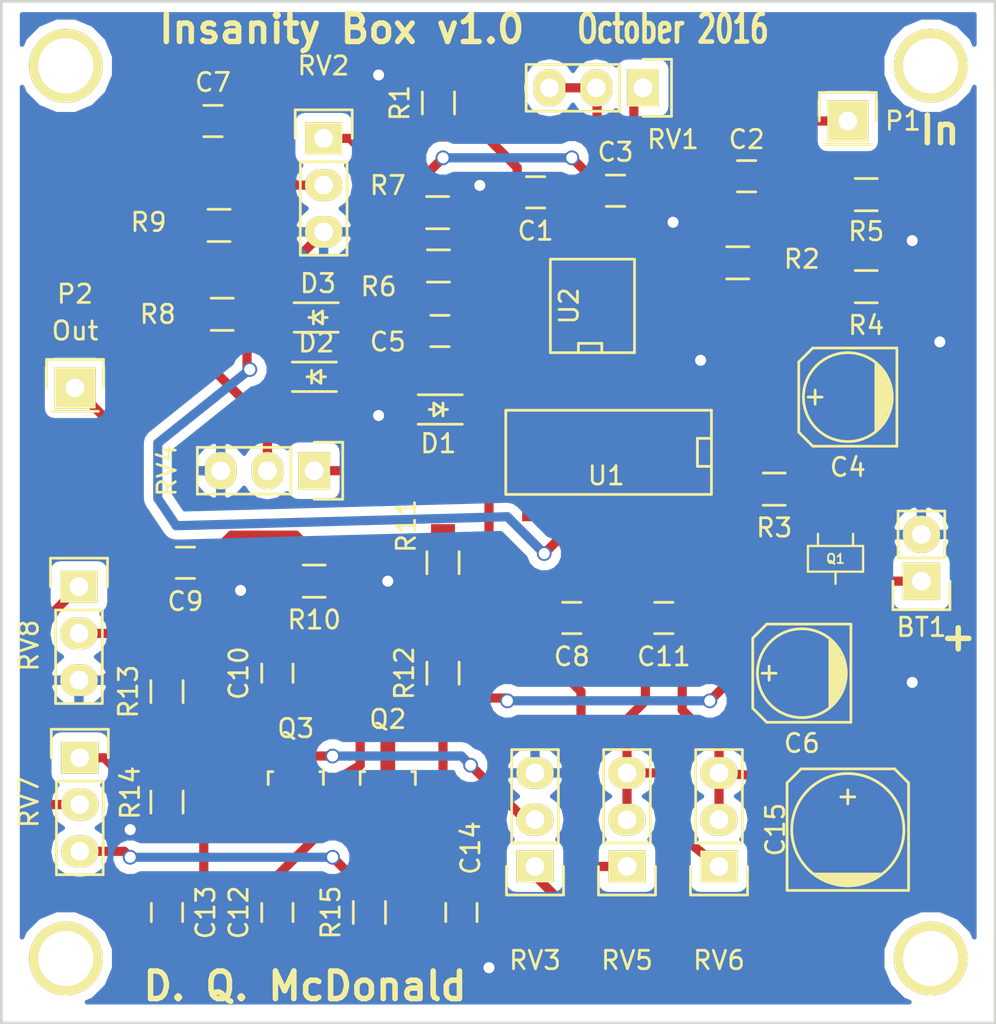
<source format=kicad_pcb>
(kicad_pcb (version 4) (host pcbnew 4.0.2-stable)

  (general
    (links 89)
    (no_connects 0)
    (area 166.924999 97.424999 221.308334 153.075001)
    (thickness 1.6)
    (drawings 10)
    (tracks 295)
    (zones 0)
    (modules 53)
    (nets 34)
  )

  (page A4)
  (layers
    (0 F.Cu signal)
    (31 B.Cu signal hide)
    (32 B.Adhes user)
    (33 F.Adhes user)
    (34 B.Paste user)
    (35 F.Paste user)
    (36 B.SilkS user)
    (37 F.SilkS user)
    (38 B.Mask user)
    (39 F.Mask user)
    (40 Dwgs.User user)
    (41 Cmts.User user)
    (42 Eco1.User user)
    (43 Eco2.User user)
    (44 Edge.Cuts user)
    (45 Margin user)
    (46 B.CrtYd user)
    (47 F.CrtYd user)
    (48 B.Fab user)
    (49 F.Fab user)
  )

  (setup
    (last_trace_width 0.5)
    (trace_clearance 0.4)
    (zone_clearance 0.508)
    (zone_45_only no)
    (trace_min 0.2)
    (segment_width 0.2)
    (edge_width 0.15)
    (via_size 0.8)
    (via_drill 0.6)
    (via_min_size 0.4)
    (via_min_drill 0.3)
    (uvia_size 0.3)
    (uvia_drill 0.1)
    (uvias_allowed no)
    (uvia_min_size 0.2)
    (uvia_min_drill 0.1)
    (pcb_text_width 0.3)
    (pcb_text_size 1.5 1.5)
    (mod_edge_width 0.15)
    (mod_text_size 1 1)
    (mod_text_width 0.15)
    (pad_size 1.524 1.524)
    (pad_drill 0.762)
    (pad_to_mask_clearance 0.2)
    (aux_axis_origin 0 0)
    (grid_origin 215.5 125)
    (visible_elements FFFFFF7F)
    (pcbplotparams
      (layerselection 0x00030_80000001)
      (usegerberextensions false)
      (excludeedgelayer true)
      (linewidth 0.100000)
      (plotframeref false)
      (viasonmask false)
      (mode 1)
      (useauxorigin false)
      (hpglpennumber 1)
      (hpglpenspeed 20)
      (hpglpendiameter 15)
      (hpglpenoverlay 2)
      (psnegative false)
      (psa4output false)
      (plotreference true)
      (plotvalue true)
      (plotinvisibletext false)
      (padsonsilk false)
      (subtractmaskfromsilk false)
      (outputformat 1)
      (mirror false)
      (drillshape 1)
      (scaleselection 1)
      (outputdirectory ""))
  )

  (net 0 "")
  (net 1 G071)
  (net 2 "Net-(C1-Pad1)")
  (net 3 "Net-(C1-Pad2)")
  (net 4 "Net-(C2-Pad1)")
  (net 5 "Net-(C2-Pad2)")
  (net 6 "Net-(C3-Pad1)")
  (net 7 VR)
  (net 8 "Net-(C5-Pad1)")
  (net 9 V071)
  (net 10 "Net-(C7-Pad1)")
  (net 11 "Net-(C7-Pad2)")
  (net 12 "Net-(C11-Pad2)")
  (net 13 "Net-(C8-Pad2)")
  (net 14 "Net-(C9-Pad1)")
  (net 15 "Net-(C10-Pad1)")
  (net 16 "Net-(C10-Pad2)")
  (net 17 "Net-(C11-Pad1)")
  (net 18 "Net-(C12-Pad1)")
  (net 19 "Net-(C13-Pad1)")
  (net 20 "Net-(C14-Pad1)")
  (net 21 CMOS)
  (net 22 "Net-(D2-Pad1)")
  (net 23 "Net-(P2-Pad1)")
  (net 24 V4049)
  (net 25 "Net-(R6-Pad1)")
  (net 26 "Net-(R9-Pad1)")
  (net 27 "Net-(Q3-PadS)")
  (net 28 "Net-(RV7-Pad2)")
  (net 29 "Net-(U1-Pad2)")
  (net 30 "Net-(U1-Pad4)")
  (net 31 "Net-(U1-Pad6)")
  (net 32 "Net-(U1-Pad10)")
  (net 33 "Net-(BT1-Pad1)")

  (net_class Default "This is the default net class."
    (clearance 0.4)
    (trace_width 0.5)
    (via_dia 0.8)
    (via_drill 0.6)
    (uvia_dia 0.3)
    (uvia_drill 0.1)
    (add_net CMOS)
    (add_net G071)
    (add_net "Net-(BT1-Pad1)")
    (add_net "Net-(C1-Pad1)")
    (add_net "Net-(C1-Pad2)")
    (add_net "Net-(C10-Pad1)")
    (add_net "Net-(C10-Pad2)")
    (add_net "Net-(C11-Pad1)")
    (add_net "Net-(C11-Pad2)")
    (add_net "Net-(C12-Pad1)")
    (add_net "Net-(C13-Pad1)")
    (add_net "Net-(C14-Pad1)")
    (add_net "Net-(C2-Pad1)")
    (add_net "Net-(C2-Pad2)")
    (add_net "Net-(C3-Pad1)")
    (add_net "Net-(C5-Pad1)")
    (add_net "Net-(C7-Pad1)")
    (add_net "Net-(C7-Pad2)")
    (add_net "Net-(C8-Pad2)")
    (add_net "Net-(C9-Pad1)")
    (add_net "Net-(D2-Pad1)")
    (add_net "Net-(P2-Pad1)")
    (add_net "Net-(Q3-PadS)")
    (add_net "Net-(R6-Pad1)")
    (add_net "Net-(R9-Pad1)")
    (add_net "Net-(RV7-Pad2)")
    (add_net "Net-(U1-Pad10)")
    (add_net "Net-(U1-Pad2)")
    (add_net "Net-(U1-Pad4)")
    (add_net "Net-(U1-Pad6)")
    (add_net V071)
    (add_net V4049)
    (add_net VR)
  )

  (module Pin_Headers:Pin_Header_Straight_1x02 (layer F.Cu) (tedit 58004C7A) (tstamp 57E8C1B2)
    (at 217 129 180)
    (descr "Through hole pin header")
    (tags "pin header")
    (path /57E73C4B)
    (fp_text reference BT1 (at 0 -2.5 180) (layer F.SilkS)
      (effects (font (size 1 1) (thickness 0.15)))
    )
    (fp_text value BATTERY (at -2.5 1 270) (layer F.Fab)
      (effects (font (size 1 1) (thickness 0.15)))
    )
    (fp_line (start 1.27 1.27) (end 1.27 3.81) (layer F.SilkS) (width 0.15))
    (fp_line (start 1.55 -1.55) (end 1.55 0) (layer F.SilkS) (width 0.15))
    (fp_line (start -1.75 -1.75) (end -1.75 4.3) (layer F.CrtYd) (width 0.05))
    (fp_line (start 1.75 -1.75) (end 1.75 4.3) (layer F.CrtYd) (width 0.05))
    (fp_line (start -1.75 -1.75) (end 1.75 -1.75) (layer F.CrtYd) (width 0.05))
    (fp_line (start -1.75 4.3) (end 1.75 4.3) (layer F.CrtYd) (width 0.05))
    (fp_line (start 1.27 1.27) (end -1.27 1.27) (layer F.SilkS) (width 0.15))
    (fp_line (start -1.55 0) (end -1.55 -1.55) (layer F.SilkS) (width 0.15))
    (fp_line (start -1.55 -1.55) (end 1.55 -1.55) (layer F.SilkS) (width 0.15))
    (fp_line (start -1.27 1.27) (end -1.27 3.81) (layer F.SilkS) (width 0.15))
    (fp_line (start -1.27 3.81) (end 1.27 3.81) (layer F.SilkS) (width 0.15))
    (pad 1 thru_hole rect (at 0 0 180) (size 2.032 2.032) (drill 1.016) (layers *.Cu *.Mask F.SilkS)
      (net 33 "Net-(BT1-Pad1)"))
    (pad 2 thru_hole oval (at 0 2.54 180) (size 2.032 2.032) (drill 1.016) (layers *.Cu *.Mask F.SilkS)
      (net 1 G071))
    (model Pin_Headers.3dshapes/Pin_Header_Straight_1x02.wrl
      (at (xyz 0 -0.05 0))
      (scale (xyz 1 1 1))
      (rotate (xyz 0 0 90))
    )
  )

  (module Capacitors_SMD:C_0805 (layer F.Cu) (tedit 5415D6EA) (tstamp 57E8C1B8)
    (at 196.02958 107.8738 180)
    (descr "Capacitor SMD 0805, reflow soldering, AVX (see smccp.pdf)")
    (tags "capacitor 0805")
    (path /57E74C9D)
    (attr smd)
    (fp_text reference C1 (at 0 -2.1 180) (layer F.SilkS)
      (effects (font (size 1 1) (thickness 0.15)))
    )
    (fp_text value 0.47uF (at 0 2.1 180) (layer F.Fab)
      (effects (font (size 1 1) (thickness 0.15)))
    )
    (fp_line (start -1.8 -1) (end 1.8 -1) (layer F.CrtYd) (width 0.05))
    (fp_line (start -1.8 1) (end 1.8 1) (layer F.CrtYd) (width 0.05))
    (fp_line (start -1.8 -1) (end -1.8 1) (layer F.CrtYd) (width 0.05))
    (fp_line (start 1.8 -1) (end 1.8 1) (layer F.CrtYd) (width 0.05))
    (fp_line (start 0.5 -0.85) (end -0.5 -0.85) (layer F.SilkS) (width 0.15))
    (fp_line (start -0.5 0.85) (end 0.5 0.85) (layer F.SilkS) (width 0.15))
    (pad 1 smd rect (at -1 0 180) (size 1 1.25) (layers F.Cu F.Paste F.Mask)
      (net 2 "Net-(C1-Pad1)"))
    (pad 2 smd rect (at 1 0 180) (size 1 1.25) (layers F.Cu F.Paste F.Mask)
      (net 3 "Net-(C1-Pad2)"))
    (model Capacitors_SMD.3dshapes/C_0805.wrl
      (at (xyz 0 0 0))
      (scale (xyz 1 1 1))
      (rotate (xyz 0 0 0))
    )
  )

  (module Capacitors_SMD:C_0805 (layer F.Cu) (tedit 58044B77) (tstamp 57E8C1BE)
    (at 207.5 107)
    (descr "Capacitor SMD 0805, reflow soldering, AVX (see smccp.pdf)")
    (tags "capacitor 0805")
    (path /57E74451)
    (attr smd)
    (fp_text reference C2 (at 0 -2) (layer F.SilkS)
      (effects (font (size 1 1) (thickness 0.15)))
    )
    (fp_text value 0.01uF (at 0 2.1) (layer F.Fab)
      (effects (font (size 1 1) (thickness 0.15)))
    )
    (fp_line (start -1.8 -1) (end 1.8 -1) (layer F.CrtYd) (width 0.05))
    (fp_line (start -1.8 1) (end 1.8 1) (layer F.CrtYd) (width 0.05))
    (fp_line (start -1.8 -1) (end -1.8 1) (layer F.CrtYd) (width 0.05))
    (fp_line (start 1.8 -1) (end 1.8 1) (layer F.CrtYd) (width 0.05))
    (fp_line (start 0.5 -0.85) (end -0.5 -0.85) (layer F.SilkS) (width 0.15))
    (fp_line (start -0.5 0.85) (end 0.5 0.85) (layer F.SilkS) (width 0.15))
    (pad 1 smd rect (at -1 0) (size 1 1.25) (layers F.Cu F.Paste F.Mask)
      (net 4 "Net-(C2-Pad1)"))
    (pad 2 smd rect (at 1 0) (size 1 1.25) (layers F.Cu F.Paste F.Mask)
      (net 5 "Net-(C2-Pad2)"))
    (model Capacitors_SMD.3dshapes/C_0805.wrl
      (at (xyz 0 0 0))
      (scale (xyz 1 1 1))
      (rotate (xyz 0 0 0))
    )
  )

  (module Capacitors_SMD:C_0805 (layer F.Cu) (tedit 5415D6EA) (tstamp 57E8C1C4)
    (at 200.37298 107.78744)
    (descr "Capacitor SMD 0805, reflow soldering, AVX (see smccp.pdf)")
    (tags "capacitor 0805")
    (path /57E749FD)
    (attr smd)
    (fp_text reference C3 (at 0 -2.1) (layer F.SilkS)
      (effects (font (size 1 1) (thickness 0.15)))
    )
    (fp_text value 220pF (at 0 2.1) (layer F.Fab)
      (effects (font (size 1 1) (thickness 0.15)))
    )
    (fp_line (start -1.8 -1) (end 1.8 -1) (layer F.CrtYd) (width 0.05))
    (fp_line (start -1.8 1) (end 1.8 1) (layer F.CrtYd) (width 0.05))
    (fp_line (start -1.8 -1) (end -1.8 1) (layer F.CrtYd) (width 0.05))
    (fp_line (start 1.8 -1) (end 1.8 1) (layer F.CrtYd) (width 0.05))
    (fp_line (start 0.5 -0.85) (end -0.5 -0.85) (layer F.SilkS) (width 0.15))
    (fp_line (start -0.5 0.85) (end 0.5 0.85) (layer F.SilkS) (width 0.15))
    (pad 1 smd rect (at -1 0) (size 1 1.25) (layers F.Cu F.Paste F.Mask)
      (net 6 "Net-(C3-Pad1)"))
    (pad 2 smd rect (at 1 0) (size 1 1.25) (layers F.Cu F.Paste F.Mask)
      (net 2 "Net-(C1-Pad1)"))
    (model Capacitors_SMD.3dshapes/C_0805.wrl
      (at (xyz 0 0 0))
      (scale (xyz 1 1 1))
      (rotate (xyz 0 0 0))
    )
  )

  (module Capacitors_SMD:C_0805 (layer F.Cu) (tedit 5805358E) (tstamp 57E8C1D0)
    (at 190.83528 115.40744)
    (descr "Capacitor SMD 0805, reflow soldering, AVX (see smccp.pdf)")
    (tags "capacitor 0805")
    (path /57E74F18)
    (attr smd)
    (fp_text reference C5 (at -2.83528 0.59256) (layer F.SilkS)
      (effects (font (size 1 1) (thickness 0.15)))
    )
    (fp_text value 0.1uF (at 0 2.1) (layer F.Fab)
      (effects (font (size 1 1) (thickness 0.15)))
    )
    (fp_line (start -1.8 -1) (end 1.8 -1) (layer F.CrtYd) (width 0.05))
    (fp_line (start -1.8 1) (end 1.8 1) (layer F.CrtYd) (width 0.05))
    (fp_line (start -1.8 -1) (end -1.8 1) (layer F.CrtYd) (width 0.05))
    (fp_line (start 1.8 -1) (end 1.8 1) (layer F.CrtYd) (width 0.05))
    (fp_line (start 0.5 -0.85) (end -0.5 -0.85) (layer F.SilkS) (width 0.15))
    (fp_line (start -0.5 0.85) (end 0.5 0.85) (layer F.SilkS) (width 0.15))
    (pad 1 smd rect (at -1 0) (size 1 1.25) (layers F.Cu F.Paste F.Mask)
      (net 8 "Net-(C5-Pad1)"))
    (pad 2 smd rect (at 1 0) (size 1 1.25) (layers F.Cu F.Paste F.Mask)
      (net 6 "Net-(C3-Pad1)"))
    (model Capacitors_SMD.3dshapes/C_0805.wrl
      (at (xyz 0 0 0))
      (scale (xyz 1 1 1))
      (rotate (xyz 0 0 0))
    )
  )

  (module Capacitors_SMD:C_0805 (layer F.Cu) (tedit 5415D6EA) (tstamp 57E8C1DC)
    (at 178.5 104)
    (descr "Capacitor SMD 0805, reflow soldering, AVX (see smccp.pdf)")
    (tags "capacitor 0805")
    (path /57E75869)
    (attr smd)
    (fp_text reference C7 (at 0 -2.1) (layer F.SilkS)
      (effects (font (size 1 1) (thickness 0.15)))
    )
    (fp_text value 0.1uF (at 0 2.1) (layer F.Fab)
      (effects (font (size 1 1) (thickness 0.15)))
    )
    (fp_line (start -1.8 -1) (end 1.8 -1) (layer F.CrtYd) (width 0.05))
    (fp_line (start -1.8 1) (end 1.8 1) (layer F.CrtYd) (width 0.05))
    (fp_line (start -1.8 -1) (end -1.8 1) (layer F.CrtYd) (width 0.05))
    (fp_line (start 1.8 -1) (end 1.8 1) (layer F.CrtYd) (width 0.05))
    (fp_line (start 0.5 -0.85) (end -0.5 -0.85) (layer F.SilkS) (width 0.15))
    (fp_line (start -0.5 0.85) (end 0.5 0.85) (layer F.SilkS) (width 0.15))
    (pad 1 smd rect (at -1 0) (size 1 1.25) (layers F.Cu F.Paste F.Mask)
      (net 10 "Net-(C7-Pad1)"))
    (pad 2 smd rect (at 1 0) (size 1 1.25) (layers F.Cu F.Paste F.Mask)
      (net 11 "Net-(C7-Pad2)"))
    (model Capacitors_SMD.3dshapes/C_0805.wrl
      (at (xyz 0 0 0))
      (scale (xyz 1 1 1))
      (rotate (xyz 0 0 0))
    )
  )

  (module Capacitors_SMD:C_0805 (layer F.Cu) (tedit 5415D6EA) (tstamp 57E8C1E2)
    (at 198 131 180)
    (descr "Capacitor SMD 0805, reflow soldering, AVX (see smccp.pdf)")
    (tags "capacitor 0805")
    (path /57E75FAA)
    (attr smd)
    (fp_text reference C8 (at 0 -2.1 180) (layer F.SilkS)
      (effects (font (size 1 1) (thickness 0.15)))
    )
    (fp_text value 220pF (at 0 2.1 180) (layer F.Fab)
      (effects (font (size 1 1) (thickness 0.15)))
    )
    (fp_line (start -1.8 -1) (end 1.8 -1) (layer F.CrtYd) (width 0.05))
    (fp_line (start -1.8 1) (end 1.8 1) (layer F.CrtYd) (width 0.05))
    (fp_line (start -1.8 -1) (end -1.8 1) (layer F.CrtYd) (width 0.05))
    (fp_line (start 1.8 -1) (end 1.8 1) (layer F.CrtYd) (width 0.05))
    (fp_line (start 0.5 -0.85) (end -0.5 -0.85) (layer F.SilkS) (width 0.15))
    (fp_line (start -0.5 0.85) (end 0.5 0.85) (layer F.SilkS) (width 0.15))
    (pad 1 smd rect (at -1 0 180) (size 1 1.25) (layers F.Cu F.Paste F.Mask)
      (net 12 "Net-(C11-Pad2)"))
    (pad 2 smd rect (at 1 0 180) (size 1 1.25) (layers F.Cu F.Paste F.Mask)
      (net 13 "Net-(C8-Pad2)"))
    (model Capacitors_SMD.3dshapes/C_0805.wrl
      (at (xyz 0 0 0))
      (scale (xyz 1 1 1))
      (rotate (xyz 0 0 0))
    )
  )

  (module Capacitors_SMD:C_0805 (layer F.Cu) (tedit 5415D6EA) (tstamp 57E8C1E8)
    (at 177 128 180)
    (descr "Capacitor SMD 0805, reflow soldering, AVX (see smccp.pdf)")
    (tags "capacitor 0805")
    (path /57E7E6CA)
    (attr smd)
    (fp_text reference C9 (at 0 -2.1 180) (layer F.SilkS)
      (effects (font (size 1 1) (thickness 0.15)))
    )
    (fp_text value 24pF (at 0 2.1 180) (layer F.Fab)
      (effects (font (size 1 1) (thickness 0.15)))
    )
    (fp_line (start -1.8 -1) (end 1.8 -1) (layer F.CrtYd) (width 0.05))
    (fp_line (start -1.8 1) (end 1.8 1) (layer F.CrtYd) (width 0.05))
    (fp_line (start -1.8 -1) (end -1.8 1) (layer F.CrtYd) (width 0.05))
    (fp_line (start 1.8 -1) (end 1.8 1) (layer F.CrtYd) (width 0.05))
    (fp_line (start 0.5 -0.85) (end -0.5 -0.85) (layer F.SilkS) (width 0.15))
    (fp_line (start -0.5 0.85) (end 0.5 0.85) (layer F.SilkS) (width 0.15))
    (pad 1 smd rect (at -1 0 180) (size 1 1.25) (layers F.Cu F.Paste F.Mask)
      (net 14 "Net-(C9-Pad1)"))
    (pad 2 smd rect (at 1 0 180) (size 1 1.25) (layers F.Cu F.Paste F.Mask)
      (net 1 G071))
    (model Capacitors_SMD.3dshapes/C_0805.wrl
      (at (xyz 0 0 0))
      (scale (xyz 1 1 1))
      (rotate (xyz 0 0 0))
    )
  )

  (module Capacitors_SMD:C_0805 (layer F.Cu) (tedit 5415D6EA) (tstamp 57E8C1EE)
    (at 182 134 90)
    (descr "Capacitor SMD 0805, reflow soldering, AVX (see smccp.pdf)")
    (tags "capacitor 0805")
    (path /57E7F22D)
    (attr smd)
    (fp_text reference C10 (at 0 -2.1 90) (layer F.SilkS)
      (effects (font (size 1 1) (thickness 0.15)))
    )
    (fp_text value 0.1uF (at 0 2.1 90) (layer F.Fab)
      (effects (font (size 1 1) (thickness 0.15)))
    )
    (fp_line (start -1.8 -1) (end 1.8 -1) (layer F.CrtYd) (width 0.05))
    (fp_line (start -1.8 1) (end 1.8 1) (layer F.CrtYd) (width 0.05))
    (fp_line (start -1.8 -1) (end -1.8 1) (layer F.CrtYd) (width 0.05))
    (fp_line (start 1.8 -1) (end 1.8 1) (layer F.CrtYd) (width 0.05))
    (fp_line (start 0.5 -0.85) (end -0.5 -0.85) (layer F.SilkS) (width 0.15))
    (fp_line (start -0.5 0.85) (end 0.5 0.85) (layer F.SilkS) (width 0.15))
    (pad 1 smd rect (at -1 0 90) (size 1 1.25) (layers F.Cu F.Paste F.Mask)
      (net 15 "Net-(C10-Pad1)"))
    (pad 2 smd rect (at 1 0 90) (size 1 1.25) (layers F.Cu F.Paste F.Mask)
      (net 16 "Net-(C10-Pad2)"))
    (model Capacitors_SMD.3dshapes/C_0805.wrl
      (at (xyz 0 0 0))
      (scale (xyz 1 1 1))
      (rotate (xyz 0 0 0))
    )
  )

  (module Capacitors_SMD:C_0805 (layer F.Cu) (tedit 5415D6EA) (tstamp 57E8C1F4)
    (at 203 131 180)
    (descr "Capacitor SMD 0805, reflow soldering, AVX (see smccp.pdf)")
    (tags "capacitor 0805")
    (path /57E76527)
    (attr smd)
    (fp_text reference C11 (at 0 -2.1 180) (layer F.SilkS)
      (effects (font (size 1 1) (thickness 0.15)))
    )
    (fp_text value 220pF (at 0 2.1 180) (layer F.Fab)
      (effects (font (size 1 1) (thickness 0.15)))
    )
    (fp_line (start -1.8 -1) (end 1.8 -1) (layer F.CrtYd) (width 0.05))
    (fp_line (start -1.8 1) (end 1.8 1) (layer F.CrtYd) (width 0.05))
    (fp_line (start -1.8 -1) (end -1.8 1) (layer F.CrtYd) (width 0.05))
    (fp_line (start 1.8 -1) (end 1.8 1) (layer F.CrtYd) (width 0.05))
    (fp_line (start 0.5 -0.85) (end -0.5 -0.85) (layer F.SilkS) (width 0.15))
    (fp_line (start -0.5 0.85) (end 0.5 0.85) (layer F.SilkS) (width 0.15))
    (pad 1 smd rect (at -1 0 180) (size 1 1.25) (layers F.Cu F.Paste F.Mask)
      (net 17 "Net-(C11-Pad1)"))
    (pad 2 smd rect (at 1 0 180) (size 1 1.25) (layers F.Cu F.Paste F.Mask)
      (net 12 "Net-(C11-Pad2)"))
    (model Capacitors_SMD.3dshapes/C_0805.wrl
      (at (xyz 0 0 0))
      (scale (xyz 1 1 1))
      (rotate (xyz 0 0 0))
    )
  )

  (module Capacitors_SMD:C_0805 (layer F.Cu) (tedit 5415D6EA) (tstamp 57E8C1FA)
    (at 182 147 90)
    (descr "Capacitor SMD 0805, reflow soldering, AVX (see smccp.pdf)")
    (tags "capacitor 0805")
    (path /57E801BB)
    (attr smd)
    (fp_text reference C12 (at 0 -2.1 90) (layer F.SilkS)
      (effects (font (size 1 1) (thickness 0.15)))
    )
    (fp_text value 0.1uF (at 0 2.1 90) (layer F.Fab)
      (effects (font (size 1 1) (thickness 0.15)))
    )
    (fp_line (start -1.8 -1) (end 1.8 -1) (layer F.CrtYd) (width 0.05))
    (fp_line (start -1.8 1) (end 1.8 1) (layer F.CrtYd) (width 0.05))
    (fp_line (start -1.8 -1) (end -1.8 1) (layer F.CrtYd) (width 0.05))
    (fp_line (start 1.8 -1) (end 1.8 1) (layer F.CrtYd) (width 0.05))
    (fp_line (start 0.5 -0.85) (end -0.5 -0.85) (layer F.SilkS) (width 0.15))
    (fp_line (start -0.5 0.85) (end 0.5 0.85) (layer F.SilkS) (width 0.15))
    (pad 1 smd rect (at -1 0 90) (size 1 1.25) (layers F.Cu F.Paste F.Mask)
      (net 18 "Net-(C12-Pad1)"))
    (pad 2 smd rect (at 1 0 90) (size 1 1.25) (layers F.Cu F.Paste F.Mask)
      (net 15 "Net-(C10-Pad1)"))
    (model Capacitors_SMD.3dshapes/C_0805.wrl
      (at (xyz 0 0 0))
      (scale (xyz 1 1 1))
      (rotate (xyz 0 0 0))
    )
  )

  (module Capacitors_SMD:C_0805 (layer F.Cu) (tedit 5415D6EA) (tstamp 57E8C200)
    (at 176 147 270)
    (descr "Capacitor SMD 0805, reflow soldering, AVX (see smccp.pdf)")
    (tags "capacitor 0805")
    (path /57E80B52)
    (attr smd)
    (fp_text reference C13 (at 0 -2.1 270) (layer F.SilkS)
      (effects (font (size 1 1) (thickness 0.15)))
    )
    (fp_text value 0.01uF (at 0 2.1 270) (layer F.Fab)
      (effects (font (size 1 1) (thickness 0.15)))
    )
    (fp_line (start -1.8 -1) (end 1.8 -1) (layer F.CrtYd) (width 0.05))
    (fp_line (start -1.8 1) (end 1.8 1) (layer F.CrtYd) (width 0.05))
    (fp_line (start -1.8 -1) (end -1.8 1) (layer F.CrtYd) (width 0.05))
    (fp_line (start 1.8 -1) (end 1.8 1) (layer F.CrtYd) (width 0.05))
    (fp_line (start 0.5 -0.85) (end -0.5 -0.85) (layer F.SilkS) (width 0.15))
    (fp_line (start -0.5 0.85) (end 0.5 0.85) (layer F.SilkS) (width 0.15))
    (pad 1 smd rect (at -1 0 270) (size 1 1.25) (layers F.Cu F.Paste F.Mask)
      (net 19 "Net-(C13-Pad1)"))
    (pad 2 smd rect (at 1 0 270) (size 1 1.25) (layers F.Cu F.Paste F.Mask)
      (net 18 "Net-(C12-Pad1)"))
    (model Capacitors_SMD.3dshapes/C_0805.wrl
      (at (xyz 0 0 0))
      (scale (xyz 1 1 1))
      (rotate (xyz 0 0 0))
    )
  )

  (module Capacitors_SMD:C_0805 (layer F.Cu) (tedit 58044B3E) (tstamp 57E8C206)
    (at 192 147 270)
    (descr "Capacitor SMD 0805, reflow soldering, AVX (see smccp.pdf)")
    (tags "capacitor 0805")
    (path /57E804CA)
    (attr smd)
    (fp_text reference C14 (at -3.5 -0.5 270) (layer F.SilkS)
      (effects (font (size 1 1) (thickness 0.15)))
    )
    (fp_text value 0.02uF (at 0 2.1 270) (layer F.Fab)
      (effects (font (size 1 1) (thickness 0.15)))
    )
    (fp_line (start -1.8 -1) (end 1.8 -1) (layer F.CrtYd) (width 0.05))
    (fp_line (start -1.8 1) (end 1.8 1) (layer F.CrtYd) (width 0.05))
    (fp_line (start -1.8 -1) (end -1.8 1) (layer F.CrtYd) (width 0.05))
    (fp_line (start 1.8 -1) (end 1.8 1) (layer F.CrtYd) (width 0.05))
    (fp_line (start 0.5 -0.85) (end -0.5 -0.85) (layer F.SilkS) (width 0.15))
    (fp_line (start -0.5 0.85) (end 0.5 0.85) (layer F.SilkS) (width 0.15))
    (pad 1 smd rect (at -1 0 270) (size 1 1.25) (layers F.Cu F.Paste F.Mask)
      (net 20 "Net-(C14-Pad1)"))
    (pad 2 smd rect (at 1 0 270) (size 1 1.25) (layers F.Cu F.Paste F.Mask)
      (net 1 G071))
    (model Capacitors_SMD.3dshapes/C_0805.wrl
      (at (xyz 0 0 0))
      (scale (xyz 1 1 1))
      (rotate (xyz 0 0 0))
    )
  )

  (module Pin_Headers:Pin_Header_Straight_1x01 (layer F.Cu) (tedit 58044301) (tstamp 57E8C223)
    (at 213 104)
    (descr "Through hole pin header")
    (tags "pin header")
    (path /57E7433E)
    (fp_text reference P1 (at 3 0) (layer F.SilkS)
      (effects (font (size 1 1) (thickness 0.15)))
    )
    (fp_text value CONN_1 (at -4.5 -1) (layer F.Fab)
      (effects (font (size 1 1) (thickness 0.15)))
    )
    (fp_line (start 1.55 -1.55) (end 1.55 0) (layer F.SilkS) (width 0.15))
    (fp_line (start -1.75 -1.75) (end -1.75 1.75) (layer F.CrtYd) (width 0.05))
    (fp_line (start 1.75 -1.75) (end 1.75 1.75) (layer F.CrtYd) (width 0.05))
    (fp_line (start -1.75 -1.75) (end 1.75 -1.75) (layer F.CrtYd) (width 0.05))
    (fp_line (start -1.75 1.75) (end 1.75 1.75) (layer F.CrtYd) (width 0.05))
    (fp_line (start -1.55 0) (end -1.55 -1.55) (layer F.SilkS) (width 0.15))
    (fp_line (start -1.55 -1.55) (end 1.55 -1.55) (layer F.SilkS) (width 0.15))
    (fp_line (start -1.27 1.27) (end 1.27 1.27) (layer F.SilkS) (width 0.15))
    (pad 1 thru_hole rect (at 0 0) (size 2.2352 2.2352) (drill 1.016) (layers *.Cu *.Mask F.SilkS)
      (net 5 "Net-(C2-Pad2)"))
    (model Pin_Headers.3dshapes/Pin_Header_Straight_1x01.wrl
      (at (xyz 0 0 0))
      (scale (xyz 1 1 1))
      (rotate (xyz 0 0 90))
    )
  )

  (module Pin_Headers:Pin_Header_Straight_1x01 (layer F.Cu) (tedit 58044ADF) (tstamp 57E8C228)
    (at 171 118.5)
    (descr "Through hole pin header")
    (tags "pin header")
    (path /57E81B8D)
    (fp_text reference P2 (at 0 -5.1) (layer F.SilkS)
      (effects (font (size 1 1) (thickness 0.15)))
    )
    (fp_text value Out (at 0 -3.1) (layer F.SilkS)
      (effects (font (size 1 1) (thickness 0.15)))
    )
    (fp_line (start 1.55 -1.55) (end 1.55 0) (layer F.SilkS) (width 0.15))
    (fp_line (start -1.75 -1.75) (end -1.75 1.75) (layer F.CrtYd) (width 0.05))
    (fp_line (start 1.75 -1.75) (end 1.75 1.75) (layer F.CrtYd) (width 0.05))
    (fp_line (start -1.75 -1.75) (end 1.75 -1.75) (layer F.CrtYd) (width 0.05))
    (fp_line (start -1.75 1.75) (end 1.75 1.75) (layer F.CrtYd) (width 0.05))
    (fp_line (start -1.55 0) (end -1.55 -1.55) (layer F.SilkS) (width 0.15))
    (fp_line (start -1.55 -1.55) (end 1.55 -1.55) (layer F.SilkS) (width 0.15))
    (fp_line (start -1.27 1.27) (end 1.27 1.27) (layer F.SilkS) (width 0.15))
    (pad 1 thru_hole rect (at 0 0) (size 2.2352 2.2352) (drill 1.016) (layers *.Cu *.Mask F.SilkS)
      (net 23 "Net-(P2-Pad1)"))
    (model Pin_Headers.3dshapes/Pin_Header_Straight_1x01.wrl
      (at (xyz 0 0 0))
      (scale (xyz 1 1 1))
      (rotate (xyz 0 0 90))
    )
  )

  (module DQM:pChannelMostfetSot23 (layer F.Cu) (tedit 577DBC45) (tstamp 57E8C22F)
    (at 212.3313 127.78486 180)
    (descr SOT23)
    (path /57E73C84)
    (attr smd)
    (fp_text reference Q1 (at 0 0 180) (layer F.SilkS)
      (effects (font (size 0.50038 0.50038) (thickness 0.09906)))
    )
    (fp_text value MOSFET_P (at 0 0.09906 180) (layer F.SilkS) hide
      (effects (font (size 0.50038 0.50038) (thickness 0.09906)))
    )
    (fp_line (start 0.9525 0.6985) (end 0.9525 1.3589) (layer F.SilkS) (width 0.127))
    (fp_line (start -0.9525 0.6985) (end -0.9525 1.3589) (layer F.SilkS) (width 0.127))
    (fp_line (start 0 -0.6985) (end 0 -1.3589) (layer F.SilkS) (width 0.127))
    (fp_line (start -1.4986 -0.6985) (end 1.4986 -0.6985) (layer F.SilkS) (width 0.127))
    (fp_line (start 1.4986 -0.6985) (end 1.4986 0.6985) (layer F.SilkS) (width 0.127))
    (fp_line (start 1.4986 0.6985) (end -1.4986 0.6985) (layer F.SilkS) (width 0.127))
    (fp_line (start -1.4986 0.6985) (end -1.4986 -0.6985) (layer F.SilkS) (width 0.127))
    (pad G smd rect (at -0.9525 1.30664 180) (size 0.59944 1.50076) (layers F.Cu F.Paste F.Mask)
      (net 1 G071))
    (pad D smd rect (at 0 -1.30664 180) (size 0.59944 1.50076) (layers F.Cu F.Paste F.Mask)
      (net 33 "Net-(BT1-Pad1)"))
    (pad S smd rect (at 0.9525 1.30664 180) (size 0.59944 1.50076) (layers F.Cu F.Paste F.Mask)
      (net 9 V071))
    (model smd/smd_transistors/sot23.wrl
      (at (xyz 0 0 0))
      (scale (xyz 1 1 1))
      (rotate (xyz 0 0 0))
    )
  )

  (module DQM_kicad_new:SOT-23_J201_JFET (layer F.Cu) (tedit 58044B48) (tstamp 57E8C23A)
    (at 188 140)
    (descr SOT-23_J201_JFET)
    (tags SOT-23)
    (path /57E7F1BC)
    (attr smd)
    (fp_text reference Q2 (at 0 -3.5) (layer F.SilkS)
      (effects (font (size 1 1) (thickness 0.15)))
    )
    (fp_text value FET_N (at 0 3.81) (layer F.Fab)
      (effects (font (size 1 1) (thickness 0.15)))
    )
    (fp_line (start -1.49982 0.0508) (end -1.49982 -0.65024) (layer F.SilkS) (width 0.15))
    (fp_line (start -1.49982 -0.65024) (end -1.2509 -0.65024) (layer F.SilkS) (width 0.15))
    (fp_line (start 1.29916 -0.65024) (end 1.49982 -0.65024) (layer F.SilkS) (width 0.15))
    (fp_line (start 1.49982 -0.65024) (end 1.49982 0.0508) (layer F.SilkS) (width 0.15))
    (pad S smd rect (at -0.95 1.50114) (size 0.8001 1.80086) (layers F.Cu F.Paste F.Mask)
      (net 15 "Net-(C10-Pad1)"))
    (pad D smd rect (at 0.95 1.50114) (size 0.8001 1.80086) (layers F.Cu F.Paste F.Mask)
      (net 9 V071))
    (pad G smd rect (at 0 -1.50114) (size 0.8001 1.80086) (layers F.Cu F.Paste F.Mask)
      (net 16 "Net-(C10-Pad2)"))
    (model TO_SOT_Packages_SMD.3dshapes/SOT-23_Handsoldering.wrl
      (at (xyz 0 0 0))
      (scale (xyz 1 1 1))
      (rotate (xyz 0 0 0))
    )
  )

  (module DQM_kicad_new:SOT-23_J201_JFET (layer F.Cu) (tedit 58044B4E) (tstamp 57E8C245)
    (at 183 140)
    (descr SOT-23_J201_JFET)
    (tags SOT-23)
    (path /57E7EED1)
    (attr smd)
    (fp_text reference Q3 (at 0 -3) (layer F.SilkS)
      (effects (font (size 1 1) (thickness 0.15)))
    )
    (fp_text value FET_N (at 0 3.81) (layer F.Fab)
      (effects (font (size 1 1) (thickness 0.15)))
    )
    (fp_line (start -1.49982 0.0508) (end -1.49982 -0.65024) (layer F.SilkS) (width 0.15))
    (fp_line (start -1.49982 -0.65024) (end -1.2509 -0.65024) (layer F.SilkS) (width 0.15))
    (fp_line (start 1.29916 -0.65024) (end 1.49982 -0.65024) (layer F.SilkS) (width 0.15))
    (fp_line (start 1.49982 -0.65024) (end 1.49982 0.0508) (layer F.SilkS) (width 0.15))
    (pad S smd rect (at -0.95 1.50114) (size 0.8001 1.80086) (layers F.Cu F.Paste F.Mask)
      (net 27 "Net-(Q3-PadS)"))
    (pad D smd rect (at 0.95 1.50114) (size 0.8001 1.80086) (layers F.Cu F.Paste F.Mask)
      (net 15 "Net-(C10-Pad1)"))
    (pad G smd rect (at 0 -1.50114) (size 0.8001 1.80086) (layers F.Cu F.Paste F.Mask)
      (net 14 "Net-(C9-Pad1)"))
    (model TO_SOT_Packages_SMD.3dshapes/SOT-23_Handsoldering.wrl
      (at (xyz 0 0 0))
      (scale (xyz 1 1 1))
      (rotate (xyz 0 0 0))
    )
  )

  (module Resistors_SMD:R_0805_HandSoldering (layer F.Cu) (tedit 54189DEE) (tstamp 57E8C24B)
    (at 190.75146 103.01986 90)
    (descr "Resistor SMD 0805, hand soldering")
    (tags "resistor 0805")
    (path /57E74D3F)
    (attr smd)
    (fp_text reference R1 (at 0 -2.1 90) (layer F.SilkS)
      (effects (font (size 1 1) (thickness 0.15)))
    )
    (fp_text value 4.7K (at 0 2.1 90) (layer F.Fab)
      (effects (font (size 1 1) (thickness 0.15)))
    )
    (fp_line (start -2.4 -1) (end 2.4 -1) (layer F.CrtYd) (width 0.05))
    (fp_line (start -2.4 1) (end 2.4 1) (layer F.CrtYd) (width 0.05))
    (fp_line (start -2.4 -1) (end -2.4 1) (layer F.CrtYd) (width 0.05))
    (fp_line (start 2.4 -1) (end 2.4 1) (layer F.CrtYd) (width 0.05))
    (fp_line (start 0.6 0.875) (end -0.6 0.875) (layer F.SilkS) (width 0.15))
    (fp_line (start -0.6 -0.875) (end 0.6 -0.875) (layer F.SilkS) (width 0.15))
    (pad 1 smd rect (at -1.35 0 90) (size 1.5 1.3) (layers F.Cu F.Paste F.Mask)
      (net 3 "Net-(C1-Pad2)"))
    (pad 2 smd rect (at 1.35 0 90) (size 1.5 1.3) (layers F.Cu F.Paste F.Mask)
      (net 1 G071))
    (model Resistors_SMD.3dshapes/R_0805_HandSoldering.wrl
      (at (xyz 0 0 0))
      (scale (xyz 1 1 1))
      (rotate (xyz 0 0 0))
    )
  )

  (module Resistors_SMD:R_0805_HandSoldering (layer F.Cu) (tedit 58004C63) (tstamp 57E8C251)
    (at 207.01508 111.70412)
    (descr "Resistor SMD 0805, hand soldering")
    (tags "resistor 0805")
    (path /57E74222)
    (attr smd)
    (fp_text reference R2 (at 3.48492 -0.20412) (layer F.SilkS)
      (effects (font (size 1 1) (thickness 0.15)))
    )
    (fp_text value 470K (at 0 2.1) (layer F.Fab)
      (effects (font (size 1 1) (thickness 0.15)))
    )
    (fp_line (start -2.4 -1) (end 2.4 -1) (layer F.CrtYd) (width 0.05))
    (fp_line (start -2.4 1) (end 2.4 1) (layer F.CrtYd) (width 0.05))
    (fp_line (start -2.4 -1) (end -2.4 1) (layer F.CrtYd) (width 0.05))
    (fp_line (start 2.4 -1) (end 2.4 1) (layer F.CrtYd) (width 0.05))
    (fp_line (start 0.6 0.875) (end -0.6 0.875) (layer F.SilkS) (width 0.15))
    (fp_line (start -0.6 -0.875) (end 0.6 -0.875) (layer F.SilkS) (width 0.15))
    (pad 1 smd rect (at -1.35 0) (size 1.5 1.3) (layers F.Cu F.Paste F.Mask)
      (net 4 "Net-(C2-Pad1)"))
    (pad 2 smd rect (at 1.35 0) (size 1.5 1.3) (layers F.Cu F.Paste F.Mask)
      (net 7 VR))
    (model Resistors_SMD.3dshapes/R_0805_HandSoldering.wrl
      (at (xyz 0 0 0))
      (scale (xyz 1 1 1))
      (rotate (xyz 0 0 0))
    )
  )

  (module Resistors_SMD:R_0805_HandSoldering (layer F.Cu) (tedit 54189DEE) (tstamp 57E8C257)
    (at 209 124 180)
    (descr "Resistor SMD 0805, hand soldering")
    (tags "resistor 0805")
    (path /57C9F5A6)
    (attr smd)
    (fp_text reference R3 (at 0 -2.1 180) (layer F.SilkS)
      (effects (font (size 1 1) (thickness 0.15)))
    )
    (fp_text value 200R (at 0 2.1 180) (layer F.Fab)
      (effects (font (size 1 1) (thickness 0.15)))
    )
    (fp_line (start -2.4 -1) (end 2.4 -1) (layer F.CrtYd) (width 0.05))
    (fp_line (start -2.4 1) (end 2.4 1) (layer F.CrtYd) (width 0.05))
    (fp_line (start -2.4 -1) (end -2.4 1) (layer F.CrtYd) (width 0.05))
    (fp_line (start 2.4 -1) (end 2.4 1) (layer F.CrtYd) (width 0.05))
    (fp_line (start 0.6 0.875) (end -0.6 0.875) (layer F.SilkS) (width 0.15))
    (fp_line (start -0.6 -0.875) (end 0.6 -0.875) (layer F.SilkS) (width 0.15))
    (pad 1 smd rect (at -1.35 0 180) (size 1.5 1.3) (layers F.Cu F.Paste F.Mask)
      (net 9 V071))
    (pad 2 smd rect (at 1.35 0 180) (size 1.5 1.3) (layers F.Cu F.Paste F.Mask)
      (net 24 V4049))
    (model Resistors_SMD.3dshapes/R_0805_HandSoldering.wrl
      (at (xyz 0 0 0))
      (scale (xyz 1 1 1))
      (rotate (xyz 0 0 0))
    )
  )

  (module Resistors_SMD:R_0805_HandSoldering (layer F.Cu) (tedit 58004C3F) (tstamp 57E8C25D)
    (at 214 113 180)
    (descr "Resistor SMD 0805, hand soldering")
    (tags "resistor 0805")
    (path /57C9F51B)
    (attr smd)
    (fp_text reference R4 (at 0 -2.1 180) (layer F.SilkS)
      (effects (font (size 1 1) (thickness 0.15)))
    )
    (fp_text value 10K (at -4 0 180) (layer F.Fab)
      (effects (font (size 1 1) (thickness 0.15)))
    )
    (fp_line (start -2.4 -1) (end 2.4 -1) (layer F.CrtYd) (width 0.05))
    (fp_line (start -2.4 1) (end 2.4 1) (layer F.CrtYd) (width 0.05))
    (fp_line (start -2.4 -1) (end -2.4 1) (layer F.CrtYd) (width 0.05))
    (fp_line (start 2.4 -1) (end 2.4 1) (layer F.CrtYd) (width 0.05))
    (fp_line (start 0.6 0.875) (end -0.6 0.875) (layer F.SilkS) (width 0.15))
    (fp_line (start -0.6 -0.875) (end 0.6 -0.875) (layer F.SilkS) (width 0.15))
    (pad 1 smd rect (at -1.35 0 180) (size 1.5 1.3) (layers F.Cu F.Paste F.Mask)
      (net 9 V071))
    (pad 2 smd rect (at 1.35 0 180) (size 1.5 1.3) (layers F.Cu F.Paste F.Mask)
      (net 7 VR))
    (model Resistors_SMD.3dshapes/R_0805_HandSoldering.wrl
      (at (xyz 0 0 0))
      (scale (xyz 1 1 1))
      (rotate (xyz 0 0 0))
    )
  )

  (module Resistors_SMD:R_0805_HandSoldering (layer F.Cu) (tedit 58004C4E) (tstamp 57E8C263)
    (at 214 108)
    (descr "Resistor SMD 0805, hand soldering")
    (tags "resistor 0805")
    (path /57C9F53E)
    (attr smd)
    (fp_text reference R5 (at 0 2) (layer F.SilkS)
      (effects (font (size 1 1) (thickness 0.15)))
    )
    (fp_text value 10K (at 4 0) (layer F.Fab)
      (effects (font (size 1 1) (thickness 0.15)))
    )
    (fp_line (start -2.4 -1) (end 2.4 -1) (layer F.CrtYd) (width 0.05))
    (fp_line (start -2.4 1) (end 2.4 1) (layer F.CrtYd) (width 0.05))
    (fp_line (start -2.4 -1) (end -2.4 1) (layer F.CrtYd) (width 0.05))
    (fp_line (start 2.4 -1) (end 2.4 1) (layer F.CrtYd) (width 0.05))
    (fp_line (start 0.6 0.875) (end -0.6 0.875) (layer F.SilkS) (width 0.15))
    (fp_line (start -0.6 -0.875) (end 0.6 -0.875) (layer F.SilkS) (width 0.15))
    (pad 1 smd rect (at -1.35 0) (size 1.5 1.3) (layers F.Cu F.Paste F.Mask)
      (net 7 VR))
    (pad 2 smd rect (at 1.35 0) (size 1.5 1.3) (layers F.Cu F.Paste F.Mask)
      (net 1 G071))
    (model Resistors_SMD.3dshapes/R_0805_HandSoldering.wrl
      (at (xyz 0 0 0))
      (scale (xyz 1 1 1))
      (rotate (xyz 0 0 0))
    )
  )

  (module Resistors_SMD:R_0805_HandSoldering (layer F.Cu) (tedit 5805358A) (tstamp 57E8C269)
    (at 190.70828 108.9787 180)
    (descr "Resistor SMD 0805, hand soldering")
    (tags "resistor 0805")
    (path /57E74739)
    (attr smd)
    (fp_text reference R6 (at 3.20828 -4.0213 180) (layer F.SilkS)
      (effects (font (size 1 1) (thickness 0.15)))
    )
    (fp_text value 1.1K (at 0 2.1 180) (layer F.Fab)
      (effects (font (size 1 1) (thickness 0.15)))
    )
    (fp_line (start -2.4 -1) (end 2.4 -1) (layer F.CrtYd) (width 0.05))
    (fp_line (start -2.4 1) (end 2.4 1) (layer F.CrtYd) (width 0.05))
    (fp_line (start -2.4 -1) (end -2.4 1) (layer F.CrtYd) (width 0.05))
    (fp_line (start 2.4 -1) (end 2.4 1) (layer F.CrtYd) (width 0.05))
    (fp_line (start 0.6 0.875) (end -0.6 0.875) (layer F.SilkS) (width 0.15))
    (fp_line (start -0.6 -0.875) (end 0.6 -0.875) (layer F.SilkS) (width 0.15))
    (pad 1 smd rect (at -1.35 0 180) (size 1.5 1.3) (layers F.Cu F.Paste F.Mask)
      (net 25 "Net-(R6-Pad1)"))
    (pad 2 smd rect (at 1.35 0 180) (size 1.5 1.3) (layers F.Cu F.Paste F.Mask)
      (net 1 G071))
    (model Resistors_SMD.3dshapes/R_0805_HandSoldering.wrl
      (at (xyz 0 0 0))
      (scale (xyz 1 1 1))
      (rotate (xyz 0 0 0))
    )
  )

  (module Resistors_SMD:R_0805_HandSoldering (layer F.Cu) (tedit 58053586) (tstamp 57E8C26F)
    (at 190.75146 111.8743)
    (descr "Resistor SMD 0805, hand soldering")
    (tags "resistor 0805")
    (path /57C9F8F4)
    (attr smd)
    (fp_text reference R7 (at -2.75146 -4.3743) (layer F.SilkS)
      (effects (font (size 1 1) (thickness 0.15)))
    )
    (fp_text value 100R (at 0 2.1) (layer F.Fab)
      (effects (font (size 1 1) (thickness 0.15)))
    )
    (fp_line (start -2.4 -1) (end 2.4 -1) (layer F.CrtYd) (width 0.05))
    (fp_line (start -2.4 1) (end 2.4 1) (layer F.CrtYd) (width 0.05))
    (fp_line (start -2.4 -1) (end -2.4 1) (layer F.CrtYd) (width 0.05))
    (fp_line (start 2.4 -1) (end 2.4 1) (layer F.CrtYd) (width 0.05))
    (fp_line (start 0.6 0.875) (end -0.6 0.875) (layer F.SilkS) (width 0.15))
    (fp_line (start -0.6 -0.875) (end 0.6 -0.875) (layer F.SilkS) (width 0.15))
    (pad 1 smd rect (at -1.35 0) (size 1.5 1.3) (layers F.Cu F.Paste F.Mask)
      (net 6 "Net-(C3-Pad1)"))
    (pad 2 smd rect (at 1.35 0) (size 1.5 1.3) (layers F.Cu F.Paste F.Mask)
      (net 25 "Net-(R6-Pad1)"))
    (model Resistors_SMD.3dshapes/R_0805_HandSoldering.wrl
      (at (xyz 0 0 0))
      (scale (xyz 1 1 1))
      (rotate (xyz 0 0 0))
    )
  )

  (module Resistors_SMD:R_0805_HandSoldering (layer F.Cu) (tedit 58004CF3) (tstamp 57E8C275)
    (at 178.83124 109.67212 180)
    (descr "Resistor SMD 0805, hand soldering")
    (tags "resistor 0805")
    (path /57E7593A)
    (attr smd)
    (fp_text reference R8 (at 3.33124 -4.82788 180) (layer F.SilkS)
      (effects (font (size 1 1) (thickness 0.15)))
    )
    (fp_text value 6.8K (at 0 2.1 180) (layer F.Fab)
      (effects (font (size 1 1) (thickness 0.15)))
    )
    (fp_line (start -2.4 -1) (end 2.4 -1) (layer F.CrtYd) (width 0.05))
    (fp_line (start -2.4 1) (end 2.4 1) (layer F.CrtYd) (width 0.05))
    (fp_line (start -2.4 -1) (end -2.4 1) (layer F.CrtYd) (width 0.05))
    (fp_line (start 2.4 -1) (end 2.4 1) (layer F.CrtYd) (width 0.05))
    (fp_line (start 0.6 0.875) (end -0.6 0.875) (layer F.SilkS) (width 0.15))
    (fp_line (start -0.6 -0.875) (end 0.6 -0.875) (layer F.SilkS) (width 0.15))
    (pad 1 smd rect (at -1.35 0 180) (size 1.5 1.3) (layers F.Cu F.Paste F.Mask)
      (net 13 "Net-(C8-Pad2)"))
    (pad 2 smd rect (at 1.35 0 180) (size 1.5 1.3) (layers F.Cu F.Paste F.Mask)
      (net 10 "Net-(C7-Pad1)"))
    (model Resistors_SMD.3dshapes/R_0805_HandSoldering.wrl
      (at (xyz 0 0 0))
      (scale (xyz 1 1 1))
      (rotate (xyz 0 0 0))
    )
  )

  (module Resistors_SMD:R_0805_HandSoldering (layer F.Cu) (tedit 58004CF5) (tstamp 57E8C27B)
    (at 179 114.5)
    (descr "Resistor SMD 0805, hand soldering")
    (tags "resistor 0805")
    (path /57E75BB9)
    (attr smd)
    (fp_text reference R9 (at -4 -5) (layer F.SilkS)
      (effects (font (size 1 1) (thickness 0.15)))
    )
    (fp_text value 1M (at 0 2.1) (layer F.Fab)
      (effects (font (size 1 1) (thickness 0.15)))
    )
    (fp_line (start -2.4 -1) (end 2.4 -1) (layer F.CrtYd) (width 0.05))
    (fp_line (start -2.4 1) (end 2.4 1) (layer F.CrtYd) (width 0.05))
    (fp_line (start -2.4 -1) (end -2.4 1) (layer F.CrtYd) (width 0.05))
    (fp_line (start 2.4 -1) (end 2.4 1) (layer F.CrtYd) (width 0.05))
    (fp_line (start 0.6 0.875) (end -0.6 0.875) (layer F.SilkS) (width 0.15))
    (fp_line (start -0.6 -0.875) (end 0.6 -0.875) (layer F.SilkS) (width 0.15))
    (pad 1 smd rect (at -1.35 0) (size 1.5 1.3) (layers F.Cu F.Paste F.Mask)
      (net 26 "Net-(R9-Pad1)"))
    (pad 2 smd rect (at 1.35 0) (size 1.5 1.3) (layers F.Cu F.Paste F.Mask)
      (net 13 "Net-(C8-Pad2)"))
    (model Resistors_SMD.3dshapes/R_0805_HandSoldering.wrl
      (at (xyz 0 0 0))
      (scale (xyz 1 1 1))
      (rotate (xyz 0 0 0))
    )
  )

  (module Resistors_SMD:R_0805_HandSoldering (layer F.Cu) (tedit 54189DEE) (tstamp 57E8C281)
    (at 184 129 180)
    (descr "Resistor SMD 0805, hand soldering")
    (tags "resistor 0805")
    (path /57E7E63A)
    (attr smd)
    (fp_text reference R10 (at 0 -2.1 180) (layer F.SilkS)
      (effects (font (size 1 1) (thickness 0.15)))
    )
    (fp_text value 1M (at 0 2.1 180) (layer F.Fab)
      (effects (font (size 1 1) (thickness 0.15)))
    )
    (fp_line (start -2.4 -1) (end 2.4 -1) (layer F.CrtYd) (width 0.05))
    (fp_line (start -2.4 1) (end 2.4 1) (layer F.CrtYd) (width 0.05))
    (fp_line (start -2.4 -1) (end -2.4 1) (layer F.CrtYd) (width 0.05))
    (fp_line (start 2.4 -1) (end 2.4 1) (layer F.CrtYd) (width 0.05))
    (fp_line (start 0.6 0.875) (end -0.6 0.875) (layer F.SilkS) (width 0.15))
    (fp_line (start -0.6 -0.875) (end 0.6 -0.875) (layer F.SilkS) (width 0.15))
    (pad 1 smd rect (at -1.35 0 180) (size 1.5 1.3) (layers F.Cu F.Paste F.Mask)
      (net 14 "Net-(C9-Pad1)"))
    (pad 2 smd rect (at 1.35 0 180) (size 1.5 1.3) (layers F.Cu F.Paste F.Mask)
      (net 1 G071))
    (model Resistors_SMD.3dshapes/R_0805_HandSoldering.wrl
      (at (xyz 0 0 0))
      (scale (xyz 1 1 1))
      (rotate (xyz 0 0 0))
    )
  )

  (module Resistors_SMD:R_0805_HandSoldering (layer F.Cu) (tedit 58044B53) (tstamp 57E8C287)
    (at 191 128 90)
    (descr "Resistor SMD 0805, hand soldering")
    (tags "resistor 0805")
    (path /57E7F758)
    (attr smd)
    (fp_text reference R11 (at 2 -2 90) (layer F.SilkS)
      (effects (font (size 1 1) (thickness 0.15)))
    )
    (fp_text value 1M (at 0 2.1 90) (layer F.Fab)
      (effects (font (size 1 1) (thickness 0.15)))
    )
    (fp_line (start -2.4 -1) (end 2.4 -1) (layer F.CrtYd) (width 0.05))
    (fp_line (start -2.4 1) (end 2.4 1) (layer F.CrtYd) (width 0.05))
    (fp_line (start -2.4 -1) (end -2.4 1) (layer F.CrtYd) (width 0.05))
    (fp_line (start 2.4 -1) (end 2.4 1) (layer F.CrtYd) (width 0.05))
    (fp_line (start 0.6 0.875) (end -0.6 0.875) (layer F.SilkS) (width 0.15))
    (fp_line (start -0.6 -0.875) (end 0.6 -0.875) (layer F.SilkS) (width 0.15))
    (pad 1 smd rect (at -1.35 0 90) (size 1.5 1.3) (layers F.Cu F.Paste F.Mask)
      (net 16 "Net-(C10-Pad2)"))
    (pad 2 smd rect (at 1.35 0 90) (size 1.5 1.3) (layers F.Cu F.Paste F.Mask)
      (net 1 G071))
    (model Resistors_SMD.3dshapes/R_0805_HandSoldering.wrl
      (at (xyz 0 0 0))
      (scale (xyz 1 1 1))
      (rotate (xyz 0 0 0))
    )
  )

  (module Resistors_SMD:R_0805_HandSoldering (layer F.Cu) (tedit 54189DEE) (tstamp 57E8C28D)
    (at 191 134 90)
    (descr "Resistor SMD 0805, hand soldering")
    (tags "resistor 0805")
    (path /57E7FC68)
    (attr smd)
    (fp_text reference R12 (at 0 -2.1 90) (layer F.SilkS)
      (effects (font (size 1 1) (thickness 0.15)))
    )
    (fp_text value 1M (at 0 2.1 90) (layer F.Fab)
      (effects (font (size 1 1) (thickness 0.15)))
    )
    (fp_line (start -2.4 -1) (end 2.4 -1) (layer F.CrtYd) (width 0.05))
    (fp_line (start -2.4 1) (end 2.4 1) (layer F.CrtYd) (width 0.05))
    (fp_line (start -2.4 -1) (end -2.4 1) (layer F.CrtYd) (width 0.05))
    (fp_line (start 2.4 -1) (end 2.4 1) (layer F.CrtYd) (width 0.05))
    (fp_line (start 0.6 0.875) (end -0.6 0.875) (layer F.SilkS) (width 0.15))
    (fp_line (start -0.6 -0.875) (end 0.6 -0.875) (layer F.SilkS) (width 0.15))
    (pad 1 smd rect (at -1.35 0 90) (size 1.5 1.3) (layers F.Cu F.Paste F.Mask)
      (net 9 V071))
    (pad 2 smd rect (at 1.35 0 90) (size 1.5 1.3) (layers F.Cu F.Paste F.Mask)
      (net 16 "Net-(C10-Pad2)"))
    (model Resistors_SMD.3dshapes/R_0805_HandSoldering.wrl
      (at (xyz 0 0 0))
      (scale (xyz 1 1 1))
      (rotate (xyz 0 0 0))
    )
  )

  (module Resistors_SMD:R_0805_HandSoldering (layer F.Cu) (tedit 54189DEE) (tstamp 57E8C293)
    (at 176 135 90)
    (descr "Resistor SMD 0805, hand soldering")
    (tags "resistor 0805")
    (path /57E7EF45)
    (attr smd)
    (fp_text reference R13 (at 0 -2.1 90) (layer F.SilkS)
      (effects (font (size 1 1) (thickness 0.15)))
    )
    (fp_text value 1K (at 0 2.1 90) (layer F.Fab)
      (effects (font (size 1 1) (thickness 0.15)))
    )
    (fp_line (start -2.4 -1) (end 2.4 -1) (layer F.CrtYd) (width 0.05))
    (fp_line (start -2.4 1) (end 2.4 1) (layer F.CrtYd) (width 0.05))
    (fp_line (start -2.4 -1) (end -2.4 1) (layer F.CrtYd) (width 0.05))
    (fp_line (start 2.4 -1) (end 2.4 1) (layer F.CrtYd) (width 0.05))
    (fp_line (start 0.6 0.875) (end -0.6 0.875) (layer F.SilkS) (width 0.15))
    (fp_line (start -0.6 -0.875) (end 0.6 -0.875) (layer F.SilkS) (width 0.15))
    (pad 1 smd rect (at -1.35 0 90) (size 1.5 1.3) (layers F.Cu F.Paste F.Mask)
      (net 27 "Net-(Q3-PadS)"))
    (pad 2 smd rect (at 1.35 0 90) (size 1.5 1.3) (layers F.Cu F.Paste F.Mask)
      (net 1 G071))
    (model Resistors_SMD.3dshapes/R_0805_HandSoldering.wrl
      (at (xyz 0 0 0))
      (scale (xyz 1 1 1))
      (rotate (xyz 0 0 0))
    )
  )

  (module Resistors_SMD:R_0805_HandSoldering (layer F.Cu) (tedit 580536D7) (tstamp 57E8C299)
    (at 176 141 90)
    (descr "Resistor SMD 0805, hand soldering")
    (tags "resistor 0805")
    (path /57E80C09)
    (attr smd)
    (fp_text reference R14 (at 0.5 -2 90) (layer F.SilkS)
      (effects (font (size 1 1) (thickness 0.15)))
    )
    (fp_text value 100K (at 0 2.1 90) (layer F.Fab)
      (effects (font (size 1 1) (thickness 0.15)))
    )
    (fp_line (start -2.4 -1) (end 2.4 -1) (layer F.CrtYd) (width 0.05))
    (fp_line (start -2.4 1) (end 2.4 1) (layer F.CrtYd) (width 0.05))
    (fp_line (start -2.4 -1) (end -2.4 1) (layer F.CrtYd) (width 0.05))
    (fp_line (start 2.4 -1) (end 2.4 1) (layer F.CrtYd) (width 0.05))
    (fp_line (start 0.6 0.875) (end -0.6 0.875) (layer F.SilkS) (width 0.15))
    (fp_line (start -0.6 -0.875) (end 0.6 -0.875) (layer F.SilkS) (width 0.15))
    (pad 1 smd rect (at -1.35 0 90) (size 1.5 1.3) (layers F.Cu F.Paste F.Mask)
      (net 1 G071))
    (pad 2 smd rect (at 1.35 0 90) (size 1.5 1.3) (layers F.Cu F.Paste F.Mask)
      (net 19 "Net-(C13-Pad1)"))
    (model Resistors_SMD.3dshapes/R_0805_HandSoldering.wrl
      (at (xyz 0 0 0))
      (scale (xyz 1 1 1))
      (rotate (xyz 0 0 0))
    )
  )

  (module Resistors_SMD:R_0805_HandSoldering (layer F.Cu) (tedit 54189DEE) (tstamp 57E8C29F)
    (at 187 147 90)
    (descr "Resistor SMD 0805, hand soldering")
    (tags "resistor 0805")
    (path /57E80452)
    (attr smd)
    (fp_text reference R15 (at 0 -2.1 90) (layer F.SilkS)
      (effects (font (size 1 1) (thickness 0.15)))
    )
    (fp_text value 39K (at 0 2.1 90) (layer F.Fab)
      (effects (font (size 1 1) (thickness 0.15)))
    )
    (fp_line (start -2.4 -1) (end 2.4 -1) (layer F.CrtYd) (width 0.05))
    (fp_line (start -2.4 1) (end 2.4 1) (layer F.CrtYd) (width 0.05))
    (fp_line (start -2.4 -1) (end -2.4 1) (layer F.CrtYd) (width 0.05))
    (fp_line (start 2.4 -1) (end 2.4 1) (layer F.CrtYd) (width 0.05))
    (fp_line (start 0.6 0.875) (end -0.6 0.875) (layer F.SilkS) (width 0.15))
    (fp_line (start -0.6 -0.875) (end 0.6 -0.875) (layer F.SilkS) (width 0.15))
    (pad 1 smd rect (at -1.35 0 90) (size 1.5 1.3) (layers F.Cu F.Paste F.Mask)
      (net 18 "Net-(C12-Pad1)"))
    (pad 2 smd rect (at 1.35 0 90) (size 1.5 1.3) (layers F.Cu F.Paste F.Mask)
      (net 20 "Net-(C14-Pad1)"))
    (model Resistors_SMD.3dshapes/R_0805_HandSoldering.wrl
      (at (xyz 0 0 0))
      (scale (xyz 1 1 1))
      (rotate (xyz 0 0 0))
    )
  )

  (module Pin_Headers:Pin_Header_Straight_1x03 (layer F.Cu) (tedit 58044B2B) (tstamp 57E8C2A6)
    (at 201.86904 102.1969 270)
    (descr "Through hole pin header")
    (tags "pin header")
    (path /57E74AEC)
    (fp_text reference RV1 (at 2.8031 -1.63096 360) (layer F.SilkS)
      (effects (font (size 1 1) (thickness 0.15)))
    )
    (fp_text value 1M (at 0 -3.1 270) (layer F.Fab)
      (effects (font (size 1 1) (thickness 0.15)))
    )
    (fp_line (start -1.75 -1.75) (end -1.75 6.85) (layer F.CrtYd) (width 0.05))
    (fp_line (start 1.75 -1.75) (end 1.75 6.85) (layer F.CrtYd) (width 0.05))
    (fp_line (start -1.75 -1.75) (end 1.75 -1.75) (layer F.CrtYd) (width 0.05))
    (fp_line (start -1.75 6.85) (end 1.75 6.85) (layer F.CrtYd) (width 0.05))
    (fp_line (start -1.27 1.27) (end -1.27 6.35) (layer F.SilkS) (width 0.15))
    (fp_line (start -1.27 6.35) (end 1.27 6.35) (layer F.SilkS) (width 0.15))
    (fp_line (start 1.27 6.35) (end 1.27 1.27) (layer F.SilkS) (width 0.15))
    (fp_line (start 1.55 -1.55) (end 1.55 0) (layer F.SilkS) (width 0.15))
    (fp_line (start 1.27 1.27) (end -1.27 1.27) (layer F.SilkS) (width 0.15))
    (fp_line (start -1.55 0) (end -1.55 -1.55) (layer F.SilkS) (width 0.15))
    (fp_line (start -1.55 -1.55) (end 1.55 -1.55) (layer F.SilkS) (width 0.15))
    (pad 1 thru_hole rect (at 0 0 270) (size 2.032 1.7272) (drill 1.016) (layers *.Cu *.Mask F.SilkS)
      (net 2 "Net-(C1-Pad1)"))
    (pad 2 thru_hole oval (at 0 2.54 270) (size 2.032 1.7272) (drill 1.016) (layers *.Cu *.Mask F.SilkS)
      (net 6 "Net-(C3-Pad1)"))
    (pad 3 thru_hole oval (at 0 5.08 270) (size 2.032 1.7272) (drill 1.016) (layers *.Cu *.Mask F.SilkS)
      (net 6 "Net-(C3-Pad1)"))
    (model Pin_Headers.3dshapes/Pin_Header_Straight_1x03.wrl
      (at (xyz 0 -0.1 0))
      (scale (xyz 1 1 1))
      (rotate (xyz 0 0 90))
    )
  )

  (module Pin_Headers:Pin_Header_Straight_1x03 (layer F.Cu) (tedit 580442F5) (tstamp 57E8C2AD)
    (at 184.51576 104.94264)
    (descr "Through hole pin header")
    (tags "pin header")
    (path /57E7570D)
    (fp_text reference RV2 (at -0.01576 -3.94264) (layer F.SilkS)
      (effects (font (size 1 1) (thickness 0.15)))
    )
    (fp_text value 100K (at -0.01576 -2.44264) (layer F.Fab)
      (effects (font (size 1 1) (thickness 0.15)))
    )
    (fp_line (start -1.75 -1.75) (end -1.75 6.85) (layer F.CrtYd) (width 0.05))
    (fp_line (start 1.75 -1.75) (end 1.75 6.85) (layer F.CrtYd) (width 0.05))
    (fp_line (start -1.75 -1.75) (end 1.75 -1.75) (layer F.CrtYd) (width 0.05))
    (fp_line (start -1.75 6.85) (end 1.75 6.85) (layer F.CrtYd) (width 0.05))
    (fp_line (start -1.27 1.27) (end -1.27 6.35) (layer F.SilkS) (width 0.15))
    (fp_line (start -1.27 6.35) (end 1.27 6.35) (layer F.SilkS) (width 0.15))
    (fp_line (start 1.27 6.35) (end 1.27 1.27) (layer F.SilkS) (width 0.15))
    (fp_line (start 1.55 -1.55) (end 1.55 0) (layer F.SilkS) (width 0.15))
    (fp_line (start 1.27 1.27) (end -1.27 1.27) (layer F.SilkS) (width 0.15))
    (fp_line (start -1.55 0) (end -1.55 -1.55) (layer F.SilkS) (width 0.15))
    (fp_line (start -1.55 -1.55) (end 1.55 -1.55) (layer F.SilkS) (width 0.15))
    (pad 1 thru_hole rect (at 0 0) (size 2.032 1.7272) (drill 1.016) (layers *.Cu *.Mask F.SilkS)
      (net 8 "Net-(C5-Pad1)"))
    (pad 2 thru_hole oval (at 0 2.54) (size 2.032 1.7272) (drill 1.016) (layers *.Cu *.Mask F.SilkS)
      (net 11 "Net-(C7-Pad2)"))
    (pad 3 thru_hole oval (at 0 5.08) (size 2.032 1.7272) (drill 1.016) (layers *.Cu *.Mask F.SilkS)
      (net 1 G071))
    (model Pin_Headers.3dshapes/Pin_Header_Straight_1x03.wrl
      (at (xyz 0 -0.1 0))
      (scale (xyz 1 1 1))
      (rotate (xyz 0 0 90))
    )
  )

  (module Pin_Headers:Pin_Header_Straight_1x03 (layer F.Cu) (tedit 0) (tstamp 57E8C2B4)
    (at 196 144.5 180)
    (descr "Through hole pin header")
    (tags "pin header")
    (path /57E7E237)
    (fp_text reference RV3 (at 0 -5.1 180) (layer F.SilkS)
      (effects (font (size 1 1) (thickness 0.15)))
    )
    (fp_text value 100K (at 0 -3.1 180) (layer F.Fab)
      (effects (font (size 1 1) (thickness 0.15)))
    )
    (fp_line (start -1.75 -1.75) (end -1.75 6.85) (layer F.CrtYd) (width 0.05))
    (fp_line (start 1.75 -1.75) (end 1.75 6.85) (layer F.CrtYd) (width 0.05))
    (fp_line (start -1.75 -1.75) (end 1.75 -1.75) (layer F.CrtYd) (width 0.05))
    (fp_line (start -1.75 6.85) (end 1.75 6.85) (layer F.CrtYd) (width 0.05))
    (fp_line (start -1.27 1.27) (end -1.27 6.35) (layer F.SilkS) (width 0.15))
    (fp_line (start -1.27 6.35) (end 1.27 6.35) (layer F.SilkS) (width 0.15))
    (fp_line (start 1.27 6.35) (end 1.27 1.27) (layer F.SilkS) (width 0.15))
    (fp_line (start 1.55 -1.55) (end 1.55 0) (layer F.SilkS) (width 0.15))
    (fp_line (start 1.27 1.27) (end -1.27 1.27) (layer F.SilkS) (width 0.15))
    (fp_line (start -1.55 0) (end -1.55 -1.55) (layer F.SilkS) (width 0.15))
    (fp_line (start -1.55 -1.55) (end 1.55 -1.55) (layer F.SilkS) (width 0.15))
    (pad 1 thru_hole rect (at 0 0 180) (size 2.032 1.7272) (drill 1.016) (layers *.Cu *.Mask F.SilkS)
      (net 21 CMOS))
    (pad 2 thru_hole oval (at 0 2.54 180) (size 2.032 1.7272) (drill 1.016) (layers *.Cu *.Mask F.SilkS)
      (net 14 "Net-(C9-Pad1)"))
    (pad 3 thru_hole oval (at 0 5.08 180) (size 2.032 1.7272) (drill 1.016) (layers *.Cu *.Mask F.SilkS)
      (net 1 G071))
    (model Pin_Headers.3dshapes/Pin_Header_Straight_1x03.wrl
      (at (xyz 0 -0.1 0))
      (scale (xyz 1 1 1))
      (rotate (xyz 0 0 90))
    )
  )

  (module Pin_Headers:Pin_Header_Straight_1x03 (layer F.Cu) (tedit 58044B37) (tstamp 57E8C2BB)
    (at 184 123 270)
    (descr "Through hole pin header")
    (tags "pin header")
    (path /57E75C7B)
    (fp_text reference RV4 (at 0 8 270) (layer F.SilkS)
      (effects (font (size 1 1) (thickness 0.15)))
    )
    (fp_text value 50K (at 0 -3.1 270) (layer F.Fab)
      (effects (font (size 1 1) (thickness 0.15)))
    )
    (fp_line (start -1.75 -1.75) (end -1.75 6.85) (layer F.CrtYd) (width 0.05))
    (fp_line (start 1.75 -1.75) (end 1.75 6.85) (layer F.CrtYd) (width 0.05))
    (fp_line (start -1.75 -1.75) (end 1.75 -1.75) (layer F.CrtYd) (width 0.05))
    (fp_line (start -1.75 6.85) (end 1.75 6.85) (layer F.CrtYd) (width 0.05))
    (fp_line (start -1.27 1.27) (end -1.27 6.35) (layer F.SilkS) (width 0.15))
    (fp_line (start -1.27 6.35) (end 1.27 6.35) (layer F.SilkS) (width 0.15))
    (fp_line (start 1.27 6.35) (end 1.27 1.27) (layer F.SilkS) (width 0.15))
    (fp_line (start 1.55 -1.55) (end 1.55 0) (layer F.SilkS) (width 0.15))
    (fp_line (start 1.27 1.27) (end -1.27 1.27) (layer F.SilkS) (width 0.15))
    (fp_line (start -1.55 0) (end -1.55 -1.55) (layer F.SilkS) (width 0.15))
    (fp_line (start -1.55 -1.55) (end 1.55 -1.55) (layer F.SilkS) (width 0.15))
    (pad 1 thru_hole rect (at 0 0 270) (size 2.032 1.7272) (drill 1.016) (layers *.Cu *.Mask F.SilkS)
      (net 9 V071))
    (pad 2 thru_hole oval (at 0 2.54 270) (size 2.032 1.7272) (drill 1.016) (layers *.Cu *.Mask F.SilkS)
      (net 26 "Net-(R9-Pad1)"))
    (pad 3 thru_hole oval (at 0 5.08 270) (size 2.032 1.7272) (drill 1.016) (layers *.Cu *.Mask F.SilkS)
      (net 1 G071))
    (model Pin_Headers.3dshapes/Pin_Header_Straight_1x03.wrl
      (at (xyz 0 -0.1 0))
      (scale (xyz 1 1 1))
      (rotate (xyz 0 0 90))
    )
  )

  (module Pin_Headers:Pin_Header_Straight_1x03 (layer F.Cu) (tedit 0) (tstamp 57E8C2C2)
    (at 201 144.5 180)
    (descr "Through hole pin header")
    (tags "pin header")
    (path /57E76172)
    (fp_text reference RV5 (at 0 -5.1 180) (layer F.SilkS)
      (effects (font (size 1 1) (thickness 0.15)))
    )
    (fp_text value 100K (at 0 -3.1 180) (layer F.Fab)
      (effects (font (size 1 1) (thickness 0.15)))
    )
    (fp_line (start -1.75 -1.75) (end -1.75 6.85) (layer F.CrtYd) (width 0.05))
    (fp_line (start 1.75 -1.75) (end 1.75 6.85) (layer F.CrtYd) (width 0.05))
    (fp_line (start -1.75 -1.75) (end 1.75 -1.75) (layer F.CrtYd) (width 0.05))
    (fp_line (start -1.75 6.85) (end 1.75 6.85) (layer F.CrtYd) (width 0.05))
    (fp_line (start -1.27 1.27) (end -1.27 6.35) (layer F.SilkS) (width 0.15))
    (fp_line (start -1.27 6.35) (end 1.27 6.35) (layer F.SilkS) (width 0.15))
    (fp_line (start 1.27 6.35) (end 1.27 1.27) (layer F.SilkS) (width 0.15))
    (fp_line (start 1.55 -1.55) (end 1.55 0) (layer F.SilkS) (width 0.15))
    (fp_line (start 1.27 1.27) (end -1.27 1.27) (layer F.SilkS) (width 0.15))
    (fp_line (start -1.55 0) (end -1.55 -1.55) (layer F.SilkS) (width 0.15))
    (fp_line (start -1.55 -1.55) (end 1.55 -1.55) (layer F.SilkS) (width 0.15))
    (pad 1 thru_hole rect (at 0 0 180) (size 2.032 1.7272) (drill 1.016) (layers *.Cu *.Mask F.SilkS)
      (net 13 "Net-(C8-Pad2)"))
    (pad 2 thru_hole oval (at 0 2.54 180) (size 2.032 1.7272) (drill 1.016) (layers *.Cu *.Mask F.SilkS)
      (net 12 "Net-(C11-Pad2)"))
    (pad 3 thru_hole oval (at 0 5.08 180) (size 2.032 1.7272) (drill 1.016) (layers *.Cu *.Mask F.SilkS)
      (net 12 "Net-(C11-Pad2)"))
    (model Pin_Headers.3dshapes/Pin_Header_Straight_1x03.wrl
      (at (xyz 0 -0.1 0))
      (scale (xyz 1 1 1))
      (rotate (xyz 0 0 90))
    )
  )

  (module Pin_Headers:Pin_Header_Straight_1x03 (layer F.Cu) (tedit 0) (tstamp 57E8C2C9)
    (at 206 144.5 180)
    (descr "Through hole pin header")
    (tags "pin header")
    (path /57E766B3)
    (fp_text reference RV6 (at 0 -5.1 180) (layer F.SilkS)
      (effects (font (size 1 1) (thickness 0.15)))
    )
    (fp_text value 100K (at 0 -3.1 180) (layer F.Fab)
      (effects (font (size 1 1) (thickness 0.15)))
    )
    (fp_line (start -1.75 -1.75) (end -1.75 6.85) (layer F.CrtYd) (width 0.05))
    (fp_line (start 1.75 -1.75) (end 1.75 6.85) (layer F.CrtYd) (width 0.05))
    (fp_line (start -1.75 -1.75) (end 1.75 -1.75) (layer F.CrtYd) (width 0.05))
    (fp_line (start -1.75 6.85) (end 1.75 6.85) (layer F.CrtYd) (width 0.05))
    (fp_line (start -1.27 1.27) (end -1.27 6.35) (layer F.SilkS) (width 0.15))
    (fp_line (start -1.27 6.35) (end 1.27 6.35) (layer F.SilkS) (width 0.15))
    (fp_line (start 1.27 6.35) (end 1.27 1.27) (layer F.SilkS) (width 0.15))
    (fp_line (start 1.55 -1.55) (end 1.55 0) (layer F.SilkS) (width 0.15))
    (fp_line (start 1.27 1.27) (end -1.27 1.27) (layer F.SilkS) (width 0.15))
    (fp_line (start -1.55 0) (end -1.55 -1.55) (layer F.SilkS) (width 0.15))
    (fp_line (start -1.55 -1.55) (end 1.55 -1.55) (layer F.SilkS) (width 0.15))
    (pad 1 thru_hole rect (at 0 0 180) (size 2.032 1.7272) (drill 1.016) (layers *.Cu *.Mask F.SilkS)
      (net 12 "Net-(C11-Pad2)"))
    (pad 2 thru_hole oval (at 0 2.54 180) (size 2.032 1.7272) (drill 1.016) (layers *.Cu *.Mask F.SilkS)
      (net 17 "Net-(C11-Pad1)"))
    (pad 3 thru_hole oval (at 0 5.08 180) (size 2.032 1.7272) (drill 1.016) (layers *.Cu *.Mask F.SilkS)
      (net 17 "Net-(C11-Pad1)"))
    (model Pin_Headers.3dshapes/Pin_Header_Straight_1x03.wrl
      (at (xyz 0 -0.1 0))
      (scale (xyz 1 1 1))
      (rotate (xyz 0 0 90))
    )
  )

  (module Pin_Headers:Pin_Header_Straight_1x03 (layer F.Cu) (tedit 580536E2) (tstamp 57E8C2D0)
    (at 171.26204 138.59764)
    (descr "Through hole pin header")
    (tags "pin header")
    (path /57E8122A)
    (fp_text reference RV7 (at -2.76204 2.40236 90) (layer F.SilkS)
      (effects (font (size 1 1) (thickness 0.15)))
    )
    (fp_text value 100K (at 0 -3.1) (layer F.Fab)
      (effects (font (size 1 1) (thickness 0.15)))
    )
    (fp_line (start -1.75 -1.75) (end -1.75 6.85) (layer F.CrtYd) (width 0.05))
    (fp_line (start 1.75 -1.75) (end 1.75 6.85) (layer F.CrtYd) (width 0.05))
    (fp_line (start -1.75 -1.75) (end 1.75 -1.75) (layer F.CrtYd) (width 0.05))
    (fp_line (start -1.75 6.85) (end 1.75 6.85) (layer F.CrtYd) (width 0.05))
    (fp_line (start -1.27 1.27) (end -1.27 6.35) (layer F.SilkS) (width 0.15))
    (fp_line (start -1.27 6.35) (end 1.27 6.35) (layer F.SilkS) (width 0.15))
    (fp_line (start 1.27 6.35) (end 1.27 1.27) (layer F.SilkS) (width 0.15))
    (fp_line (start 1.55 -1.55) (end 1.55 0) (layer F.SilkS) (width 0.15))
    (fp_line (start 1.27 1.27) (end -1.27 1.27) (layer F.SilkS) (width 0.15))
    (fp_line (start -1.55 0) (end -1.55 -1.55) (layer F.SilkS) (width 0.15))
    (fp_line (start -1.55 -1.55) (end 1.55 -1.55) (layer F.SilkS) (width 0.15))
    (pad 1 thru_hole rect (at 0 0) (size 2.032 1.7272) (drill 1.016) (layers *.Cu *.Mask F.SilkS)
      (net 19 "Net-(C13-Pad1)"))
    (pad 2 thru_hole oval (at 0 2.54) (size 2.032 1.7272) (drill 1.016) (layers *.Cu *.Mask F.SilkS)
      (net 28 "Net-(RV7-Pad2)"))
    (pad 3 thru_hole oval (at 0 5.08) (size 2.032 1.7272) (drill 1.016) (layers *.Cu *.Mask F.SilkS)
      (net 20 "Net-(C14-Pad1)"))
    (model Pin_Headers.3dshapes/Pin_Header_Straight_1x03.wrl
      (at (xyz 0 -0.1 0))
      (scale (xyz 1 1 1))
      (rotate (xyz 0 0 90))
    )
  )

  (module Pin_Headers:Pin_Header_Straight_1x03 (layer F.Cu) (tedit 580536E8) (tstamp 57E8C2D7)
    (at 171.21632 129.2987)
    (descr "Through hole pin header")
    (tags "pin header")
    (path /57E81718)
    (fp_text reference RV8 (at -2.71632 3.2013 90) (layer F.SilkS)
      (effects (font (size 1 1) (thickness 0.15)))
    )
    (fp_text value 100K (at 0 -3.1) (layer F.Fab)
      (effects (font (size 1 1) (thickness 0.15)))
    )
    (fp_line (start -1.75 -1.75) (end -1.75 6.85) (layer F.CrtYd) (width 0.05))
    (fp_line (start 1.75 -1.75) (end 1.75 6.85) (layer F.CrtYd) (width 0.05))
    (fp_line (start -1.75 -1.75) (end 1.75 -1.75) (layer F.CrtYd) (width 0.05))
    (fp_line (start -1.75 6.85) (end 1.75 6.85) (layer F.CrtYd) (width 0.05))
    (fp_line (start -1.27 1.27) (end -1.27 6.35) (layer F.SilkS) (width 0.15))
    (fp_line (start -1.27 6.35) (end 1.27 6.35) (layer F.SilkS) (width 0.15))
    (fp_line (start 1.27 6.35) (end 1.27 1.27) (layer F.SilkS) (width 0.15))
    (fp_line (start 1.55 -1.55) (end 1.55 0) (layer F.SilkS) (width 0.15))
    (fp_line (start 1.27 1.27) (end -1.27 1.27) (layer F.SilkS) (width 0.15))
    (fp_line (start -1.55 0) (end -1.55 -1.55) (layer F.SilkS) (width 0.15))
    (fp_line (start -1.55 -1.55) (end 1.55 -1.55) (layer F.SilkS) (width 0.15))
    (pad 1 thru_hole rect (at 0 0) (size 2.032 1.7272) (drill 1.016) (layers *.Cu *.Mask F.SilkS)
      (net 28 "Net-(RV7-Pad2)"))
    (pad 2 thru_hole oval (at 0 2.54) (size 2.032 1.7272) (drill 1.016) (layers *.Cu *.Mask F.SilkS)
      (net 23 "Net-(P2-Pad1)"))
    (pad 3 thru_hole oval (at 0 5.08) (size 2.032 1.7272) (drill 1.016) (layers *.Cu *.Mask F.SilkS)
      (net 1 G071))
    (model Pin_Headers.3dshapes/Pin_Header_Straight_1x03.wrl
      (at (xyz 0 -0.1 0))
      (scale (xyz 1 1 1))
      (rotate (xyz 0 0 90))
    )
  )

  (module SMD_Packages:SOIC-8-N (layer F.Cu) (tedit 0) (tstamp 57E8C2F7)
    (at 199.12076 114.046 90)
    (descr "Module Narrow CMS SOJ 8 pins large")
    (tags "CMS SOJ")
    (path /57C9F367)
    (attr smd)
    (fp_text reference U2 (at 0 -1.27 90) (layer F.SilkS)
      (effects (font (size 1 1) (thickness 0.15)))
    )
    (fp_text value TL071 (at 0 1.27 90) (layer F.Fab)
      (effects (font (size 1 1) (thickness 0.15)))
    )
    (fp_line (start -2.54 -2.286) (end 2.54 -2.286) (layer F.SilkS) (width 0.15))
    (fp_line (start 2.54 -2.286) (end 2.54 2.286) (layer F.SilkS) (width 0.15))
    (fp_line (start 2.54 2.286) (end -2.54 2.286) (layer F.SilkS) (width 0.15))
    (fp_line (start -2.54 2.286) (end -2.54 -2.286) (layer F.SilkS) (width 0.15))
    (fp_line (start -2.54 -0.762) (end -2.032 -0.762) (layer F.SilkS) (width 0.15))
    (fp_line (start -2.032 -0.762) (end -2.032 0.508) (layer F.SilkS) (width 0.15))
    (fp_line (start -2.032 0.508) (end -2.54 0.508) (layer F.SilkS) (width 0.15))
    (pad 8 smd rect (at -1.905 -3.175 90) (size 0.508 1.143) (layers F.Cu F.Paste F.Mask))
    (pad 7 smd rect (at -0.635 -3.175 90) (size 0.508 1.143) (layers F.Cu F.Paste F.Mask)
      (net 9 V071))
    (pad 6 smd rect (at 0.635 -3.175 90) (size 0.508 1.143) (layers F.Cu F.Paste F.Mask)
      (net 25 "Net-(R6-Pad1)"))
    (pad 5 smd rect (at 1.905 -3.175 90) (size 0.508 1.143) (layers F.Cu F.Paste F.Mask))
    (pad 4 smd rect (at 1.905 3.175 90) (size 0.508 1.143) (layers F.Cu F.Paste F.Mask)
      (net 1 G071))
    (pad 3 smd rect (at 0.635 3.175 90) (size 0.508 1.143) (layers F.Cu F.Paste F.Mask)
      (net 4 "Net-(C2-Pad1)"))
    (pad 2 smd rect (at -0.635 3.175 90) (size 0.508 1.143) (layers F.Cu F.Paste F.Mask)
      (net 2 "Net-(C1-Pad1)"))
    (pad 1 smd rect (at -1.905 3.175 90) (size 0.508 1.143) (layers F.Cu F.Paste F.Mask))
    (model SMD_Packages.3dshapes/SOIC-8-N.wrl
      (at (xyz 0 0 0))
      (scale (xyz 0.5 0.38 0.5))
      (rotate (xyz 0 0 0))
    )
  )

  (module Capacitors_SMD:c_elec_5x5.3 (layer F.Cu) (tedit 58004C4B) (tstamp 57E8C4A0)
    (at 213 119 180)
    (descr "SMT capacitor, aluminium electrolytic, 5x5.3")
    (path /57C9F636)
    (attr smd)
    (fp_text reference C4 (at 0 -3.81 180) (layer F.SilkS)
      (effects (font (size 1 1) (thickness 0.15)))
    )
    (fp_text value 22uF (at -6 0 180) (layer F.Fab)
      (effects (font (size 1 1) (thickness 0.15)))
    )
    (fp_line (start -3.95 -3) (end 3.95 -3) (layer F.CrtYd) (width 0.05))
    (fp_line (start 3.95 -3) (end 3.95 3) (layer F.CrtYd) (width 0.05))
    (fp_line (start 3.95 3) (end -3.95 3) (layer F.CrtYd) (width 0.05))
    (fp_line (start -3.95 3) (end -3.95 -3) (layer F.CrtYd) (width 0.05))
    (fp_line (start -2.286 -0.635) (end -2.286 0.762) (layer F.SilkS) (width 0.15))
    (fp_line (start -2.159 -0.889) (end -2.159 0.889) (layer F.SilkS) (width 0.15))
    (fp_line (start -2.032 -1.27) (end -2.032 1.27) (layer F.SilkS) (width 0.15))
    (fp_line (start -1.905 1.397) (end -1.905 -1.397) (layer F.SilkS) (width 0.15))
    (fp_line (start -1.778 -1.524) (end -1.778 1.524) (layer F.SilkS) (width 0.15))
    (fp_line (start -1.651 1.651) (end -1.651 -1.651) (layer F.SilkS) (width 0.15))
    (fp_line (start -1.524 -1.778) (end -1.524 1.778) (layer F.SilkS) (width 0.15))
    (fp_line (start -2.667 -2.667) (end 1.905 -2.667) (layer F.SilkS) (width 0.15))
    (fp_line (start 1.905 -2.667) (end 2.667 -1.905) (layer F.SilkS) (width 0.15))
    (fp_line (start 2.667 -1.905) (end 2.667 1.905) (layer F.SilkS) (width 0.15))
    (fp_line (start 2.667 1.905) (end 1.905 2.667) (layer F.SilkS) (width 0.15))
    (fp_line (start 1.905 2.667) (end -2.667 2.667) (layer F.SilkS) (width 0.15))
    (fp_line (start -2.667 2.667) (end -2.667 -2.667) (layer F.SilkS) (width 0.15))
    (fp_line (start 2.159 0) (end 1.397 0) (layer F.SilkS) (width 0.15))
    (fp_line (start 1.778 -0.381) (end 1.778 0.381) (layer F.SilkS) (width 0.15))
    (fp_circle (center 0 0) (end -2.413 0) (layer F.SilkS) (width 0.15))
    (pad 1 smd rect (at 2.19964 0 180) (size 2.99974 1.6002) (layers F.Cu F.Paste F.Mask)
      (net 7 VR))
    (pad 2 smd rect (at -2.19964 0 180) (size 2.99974 1.6002) (layers F.Cu F.Paste F.Mask)
      (net 1 G071))
    (model Capacitors_SMD.3dshapes/c_elec_5x5.3.wrl
      (at (xyz 0 0 0))
      (scale (xyz 1 1 1))
      (rotate (xyz 0 0 0))
    )
  )

  (module Capacitors_SMD:c_elec_5x5.3 (layer F.Cu) (tedit 58004C88) (tstamp 57E8C4A5)
    (at 210.5 134 180)
    (descr "SMT capacitor, aluminium electrolytic, 5x5.3")
    (path /57C9F692)
    (attr smd)
    (fp_text reference C6 (at 0 -3.81 180) (layer F.SilkS)
      (effects (font (size 1 1) (thickness 0.15)))
    )
    (fp_text value 22uF (at -5.5 0 180) (layer F.Fab)
      (effects (font (size 1 1) (thickness 0.15)))
    )
    (fp_line (start -3.95 -3) (end 3.95 -3) (layer F.CrtYd) (width 0.05))
    (fp_line (start 3.95 -3) (end 3.95 3) (layer F.CrtYd) (width 0.05))
    (fp_line (start 3.95 3) (end -3.95 3) (layer F.CrtYd) (width 0.05))
    (fp_line (start -3.95 3) (end -3.95 -3) (layer F.CrtYd) (width 0.05))
    (fp_line (start -2.286 -0.635) (end -2.286 0.762) (layer F.SilkS) (width 0.15))
    (fp_line (start -2.159 -0.889) (end -2.159 0.889) (layer F.SilkS) (width 0.15))
    (fp_line (start -2.032 -1.27) (end -2.032 1.27) (layer F.SilkS) (width 0.15))
    (fp_line (start -1.905 1.397) (end -1.905 -1.397) (layer F.SilkS) (width 0.15))
    (fp_line (start -1.778 -1.524) (end -1.778 1.524) (layer F.SilkS) (width 0.15))
    (fp_line (start -1.651 1.651) (end -1.651 -1.651) (layer F.SilkS) (width 0.15))
    (fp_line (start -1.524 -1.778) (end -1.524 1.778) (layer F.SilkS) (width 0.15))
    (fp_line (start -2.667 -2.667) (end 1.905 -2.667) (layer F.SilkS) (width 0.15))
    (fp_line (start 1.905 -2.667) (end 2.667 -1.905) (layer F.SilkS) (width 0.15))
    (fp_line (start 2.667 -1.905) (end 2.667 1.905) (layer F.SilkS) (width 0.15))
    (fp_line (start 2.667 1.905) (end 1.905 2.667) (layer F.SilkS) (width 0.15))
    (fp_line (start 1.905 2.667) (end -2.667 2.667) (layer F.SilkS) (width 0.15))
    (fp_line (start -2.667 2.667) (end -2.667 -2.667) (layer F.SilkS) (width 0.15))
    (fp_line (start 2.159 0) (end 1.397 0) (layer F.SilkS) (width 0.15))
    (fp_line (start 1.778 -0.381) (end 1.778 0.381) (layer F.SilkS) (width 0.15))
    (fp_circle (center 0 0) (end -2.413 0) (layer F.SilkS) (width 0.15))
    (pad 1 smd rect (at 2.19964 0 180) (size 2.99974 1.6002) (layers F.Cu F.Paste F.Mask)
      (net 9 V071))
    (pad 2 smd rect (at -2.19964 0 180) (size 2.99974 1.6002) (layers F.Cu F.Paste F.Mask)
      (net 1 G071))
    (model Capacitors_SMD.3dshapes/c_elec_5x5.3.wrl
      (at (xyz 0 0 0))
      (scale (xyz 1 1 1))
      (rotate (xyz 0 0 0))
    )
  )

  (module Capacitors_SMD:c_elec_6.3x5.7 (layer F.Cu) (tedit 55726012) (tstamp 57E9AAAE)
    (at 213 142.5 90)
    (descr "SMT capacitor, aluminium electrolytic, 6.3x5.7")
    (path /57E77BF9)
    (attr smd)
    (fp_text reference C15 (at 0 -3.937 90) (layer F.SilkS)
      (effects (font (size 1 1) (thickness 0.15)))
    )
    (fp_text value 10uF (at 0 3.81 90) (layer F.Fab)
      (effects (font (size 1 1) (thickness 0.15)))
    )
    (fp_line (start -4.85 -3.65) (end 4.85 -3.65) (layer F.CrtYd) (width 0.05))
    (fp_line (start 4.85 -3.65) (end 4.85 3.65) (layer F.CrtYd) (width 0.05))
    (fp_line (start 4.85 3.65) (end -4.85 3.65) (layer F.CrtYd) (width 0.05))
    (fp_line (start -4.85 3.65) (end -4.85 -3.65) (layer F.CrtYd) (width 0.05))
    (fp_line (start -2.921 -0.762) (end -2.921 0.762) (layer F.SilkS) (width 0.15))
    (fp_line (start -2.794 1.143) (end -2.794 -1.143) (layer F.SilkS) (width 0.15))
    (fp_line (start -2.667 -1.397) (end -2.667 1.397) (layer F.SilkS) (width 0.15))
    (fp_line (start -2.54 1.651) (end -2.54 -1.651) (layer F.SilkS) (width 0.15))
    (fp_line (start -2.413 -1.778) (end -2.413 1.778) (layer F.SilkS) (width 0.15))
    (fp_line (start -3.302 -3.302) (end -3.302 3.302) (layer F.SilkS) (width 0.15))
    (fp_line (start -3.302 3.302) (end 2.54 3.302) (layer F.SilkS) (width 0.15))
    (fp_line (start 2.54 3.302) (end 3.302 2.54) (layer F.SilkS) (width 0.15))
    (fp_line (start 3.302 2.54) (end 3.302 -2.54) (layer F.SilkS) (width 0.15))
    (fp_line (start 3.302 -2.54) (end 2.54 -3.302) (layer F.SilkS) (width 0.15))
    (fp_line (start 2.54 -3.302) (end -3.302 -3.302) (layer F.SilkS) (width 0.15))
    (fp_line (start 2.159 0) (end 1.397 0) (layer F.SilkS) (width 0.15))
    (fp_line (start 1.778 -0.381) (end 1.778 0.381) (layer F.SilkS) (width 0.15))
    (fp_circle (center 0 0) (end -3.048 0) (layer F.SilkS) (width 0.15))
    (pad 1 smd rect (at 2.75082 0 90) (size 3.59918 1.6002) (layers F.Cu F.Paste F.Mask)
      (net 17 "Net-(C11-Pad1)"))
    (pad 2 smd rect (at -2.75082 0 90) (size 3.59918 1.6002) (layers F.Cu F.Paste F.Mask)
      (net 21 CMOS))
    (model Capacitors_SMD.3dshapes/c_elec_6.3x5.7.wrl
      (at (xyz 0 0 0))
      (scale (xyz 1 1 1))
      (rotate (xyz 0 0 0))
    )
  )

  (module Diodes_SMD:SOD-323 (layer F.Cu) (tedit 5530FC5E) (tstamp 57E9AAB3)
    (at 190.74892 119.6721 180)
    (descr SOD-323)
    (tags SOD-323)
    (path /57E75173)
    (attr smd)
    (fp_text reference D1 (at 0 -1.85 180) (layer F.SilkS)
      (effects (font (size 1 1) (thickness 0.15)))
    )
    (fp_text value 1N914 (at 0.1 1.9 180) (layer F.Fab)
      (effects (font (size 1 1) (thickness 0.15)))
    )
    (fp_line (start 0.25 0) (end 0.5 0) (layer F.SilkS) (width 0.15))
    (fp_line (start -0.25 0) (end -0.5 0) (layer F.SilkS) (width 0.15))
    (fp_line (start -0.25 0) (end 0.25 -0.35) (layer F.SilkS) (width 0.15))
    (fp_line (start 0.25 -0.35) (end 0.25 0.35) (layer F.SilkS) (width 0.15))
    (fp_line (start 0.25 0.35) (end -0.25 0) (layer F.SilkS) (width 0.15))
    (fp_line (start -0.25 -0.35) (end -0.25 0.35) (layer F.SilkS) (width 0.15))
    (fp_line (start -1.5 -0.95) (end 1.5 -0.95) (layer F.CrtYd) (width 0.05))
    (fp_line (start 1.5 -0.95) (end 1.5 0.95) (layer F.CrtYd) (width 0.05))
    (fp_line (start -1.5 0.95) (end 1.5 0.95) (layer F.CrtYd) (width 0.05))
    (fp_line (start -1.5 -0.95) (end -1.5 0.95) (layer F.CrtYd) (width 0.05))
    (fp_line (start -1.3 0.8) (end 1.1 0.8) (layer F.SilkS) (width 0.15))
    (fp_line (start -1.3 -0.8) (end 1.1 -0.8) (layer F.SilkS) (width 0.15))
    (pad 1 smd rect (at -1.055 0 180) (size 0.59 0.45) (layers F.Cu F.Paste F.Mask)
      (net 8 "Net-(C5-Pad1)"))
    (pad 2 smd rect (at 1.055 0 180) (size 0.59 0.45) (layers F.Cu F.Paste F.Mask)
      (net 1 G071))
    (model Diodes_SMD.3dshapes/SOD-323.wrl
      (at (xyz 0 0 0))
      (scale (xyz 1 1 1))
      (rotate (xyz 0 0 180))
    )
  )

  (module Diodes_SMD:SOD-323 (layer F.Cu) (tedit 5530FC5E) (tstamp 57E9AAB8)
    (at 184.1119 117.89664)
    (descr SOD-323)
    (tags SOD-323)
    (path /57E751B3)
    (attr smd)
    (fp_text reference D2 (at 0 -1.85) (layer F.SilkS)
      (effects (font (size 1 1) (thickness 0.15)))
    )
    (fp_text value 1N914 (at 0.1 1.9) (layer F.Fab)
      (effects (font (size 1 1) (thickness 0.15)))
    )
    (fp_line (start 0.25 0) (end 0.5 0) (layer F.SilkS) (width 0.15))
    (fp_line (start -0.25 0) (end -0.5 0) (layer F.SilkS) (width 0.15))
    (fp_line (start -0.25 0) (end 0.25 -0.35) (layer F.SilkS) (width 0.15))
    (fp_line (start 0.25 -0.35) (end 0.25 0.35) (layer F.SilkS) (width 0.15))
    (fp_line (start 0.25 0.35) (end -0.25 0) (layer F.SilkS) (width 0.15))
    (fp_line (start -0.25 -0.35) (end -0.25 0.35) (layer F.SilkS) (width 0.15))
    (fp_line (start -1.5 -0.95) (end 1.5 -0.95) (layer F.CrtYd) (width 0.05))
    (fp_line (start 1.5 -0.95) (end 1.5 0.95) (layer F.CrtYd) (width 0.05))
    (fp_line (start -1.5 0.95) (end 1.5 0.95) (layer F.CrtYd) (width 0.05))
    (fp_line (start -1.5 -0.95) (end -1.5 0.95) (layer F.CrtYd) (width 0.05))
    (fp_line (start -1.3 0.8) (end 1.1 0.8) (layer F.SilkS) (width 0.15))
    (fp_line (start -1.3 -0.8) (end 1.1 -0.8) (layer F.SilkS) (width 0.15))
    (pad 1 smd rect (at -1.055 0) (size 0.59 0.45) (layers F.Cu F.Paste F.Mask)
      (net 22 "Net-(D2-Pad1)"))
    (pad 2 smd rect (at 1.055 0) (size 0.59 0.45) (layers F.Cu F.Paste F.Mask)
      (net 8 "Net-(C5-Pad1)"))
    (model Diodes_SMD.3dshapes/SOD-323.wrl
      (at (xyz 0 0 0))
      (scale (xyz 1 1 1))
      (rotate (xyz 0 0 180))
    )
  )

  (module Diodes_SMD:SOD-323 (layer F.Cu) (tedit 5530FC5E) (tstamp 57E9AABD)
    (at 184.20588 114.67338)
    (descr SOD-323)
    (tags SOD-323)
    (path /57E7522E)
    (attr smd)
    (fp_text reference D3 (at 0 -1.85) (layer F.SilkS)
      (effects (font (size 1 1) (thickness 0.15)))
    )
    (fp_text value 1N914 (at 0.1 1.9) (layer F.Fab)
      (effects (font (size 1 1) (thickness 0.15)))
    )
    (fp_line (start 0.25 0) (end 0.5 0) (layer F.SilkS) (width 0.15))
    (fp_line (start -0.25 0) (end -0.5 0) (layer F.SilkS) (width 0.15))
    (fp_line (start -0.25 0) (end 0.25 -0.35) (layer F.SilkS) (width 0.15))
    (fp_line (start 0.25 -0.35) (end 0.25 0.35) (layer F.SilkS) (width 0.15))
    (fp_line (start 0.25 0.35) (end -0.25 0) (layer F.SilkS) (width 0.15))
    (fp_line (start -0.25 -0.35) (end -0.25 0.35) (layer F.SilkS) (width 0.15))
    (fp_line (start -1.5 -0.95) (end 1.5 -0.95) (layer F.CrtYd) (width 0.05))
    (fp_line (start 1.5 -0.95) (end 1.5 0.95) (layer F.CrtYd) (width 0.05))
    (fp_line (start -1.5 0.95) (end 1.5 0.95) (layer F.CrtYd) (width 0.05))
    (fp_line (start -1.5 -0.95) (end -1.5 0.95) (layer F.CrtYd) (width 0.05))
    (fp_line (start -1.3 0.8) (end 1.1 0.8) (layer F.SilkS) (width 0.15))
    (fp_line (start -1.3 -0.8) (end 1.1 -0.8) (layer F.SilkS) (width 0.15))
    (pad 1 smd rect (at -1.055 0) (size 0.59 0.45) (layers F.Cu F.Paste F.Mask)
      (net 1 G071))
    (pad 2 smd rect (at 1.055 0) (size 0.59 0.45) (layers F.Cu F.Paste F.Mask)
      (net 22 "Net-(D2-Pad1)"))
    (model Diodes_SMD.3dshapes/SOD-323.wrl
      (at (xyz 0 0 0))
      (scale (xyz 1 1 1))
      (rotate (xyz 0 0 180))
    )
  )

  (module SMD_Packages:SO-16-N (layer F.Cu) (tedit 0) (tstamp 5804397C)
    (at 200 122 180)
    (descr "Module CMS SOJ 16 pins large")
    (tags "CMS SOJ")
    (path /57E75A42)
    (attr smd)
    (fp_text reference U1 (at 0.127 -1.27 180) (layer F.SilkS)
      (effects (font (size 1 1) (thickness 0.15)))
    )
    (fp_text value 4049 (at 0 1.27 180) (layer F.Fab)
      (effects (font (size 1 1) (thickness 0.15)))
    )
    (fp_line (start -5.588 -0.762) (end -4.826 -0.762) (layer F.SilkS) (width 0.15))
    (fp_line (start -4.826 -0.762) (end -4.826 0.762) (layer F.SilkS) (width 0.15))
    (fp_line (start -4.826 0.762) (end -5.588 0.762) (layer F.SilkS) (width 0.15))
    (fp_line (start 5.588 -2.286) (end 5.588 2.286) (layer F.SilkS) (width 0.15))
    (fp_line (start 5.588 2.286) (end -5.588 2.286) (layer F.SilkS) (width 0.15))
    (fp_line (start -5.588 2.286) (end -5.588 -2.286) (layer F.SilkS) (width 0.15))
    (fp_line (start -5.588 -2.286) (end 5.588 -2.286) (layer F.SilkS) (width 0.15))
    (pad 16 smd rect (at -4.445 -3.175 180) (size 0.508 1.143) (layers F.Cu F.Paste F.Mask))
    (pad 14 smd rect (at -1.905 -3.175 180) (size 0.508 1.143) (layers F.Cu F.Paste F.Mask)
      (net 12 "Net-(C11-Pad2)"))
    (pad 13 smd rect (at -0.635 -3.175 180) (size 0.508 1.143) (layers F.Cu F.Paste F.Mask))
    (pad 12 smd rect (at 0.635 -3.175 180) (size 0.508 1.143) (layers F.Cu F.Paste F.Mask)
      (net 12 "Net-(C11-Pad2)"))
    (pad 11 smd rect (at 1.905 -3.175 180) (size 0.508 1.143) (layers F.Cu F.Paste F.Mask)
      (net 13 "Net-(C8-Pad2)"))
    (pad 10 smd rect (at 3.175 -3.175 180) (size 0.508 1.143) (layers F.Cu F.Paste F.Mask)
      (net 32 "Net-(U1-Pad10)"))
    (pad 9 smd rect (at 4.445 -3.175 180) (size 0.508 1.143) (layers F.Cu F.Paste F.Mask)
      (net 1 G071))
    (pad 8 smd rect (at 4.445 3.175 180) (size 0.508 1.143) (layers F.Cu F.Paste F.Mask)
      (net 1 G071))
    (pad 7 smd rect (at 3.175 3.175 180) (size 0.508 1.143) (layers F.Cu F.Paste F.Mask)
      (net 1 G071))
    (pad 6 smd rect (at 1.905 3.175 180) (size 0.508 1.143) (layers F.Cu F.Paste F.Mask)
      (net 31 "Net-(U1-Pad6)"))
    (pad 5 smd rect (at 0.635 3.175 180) (size 0.508 1.143) (layers F.Cu F.Paste F.Mask)
      (net 1 G071))
    (pad 4 smd rect (at -0.635 3.175 180) (size 0.508 1.143) (layers F.Cu F.Paste F.Mask)
      (net 30 "Net-(U1-Pad4)"))
    (pad 3 smd rect (at -1.905 3.175 180) (size 0.508 1.143) (layers F.Cu F.Paste F.Mask)
      (net 1 G071))
    (pad 2 smd rect (at -3.175 3.175 180) (size 0.508 1.143) (layers F.Cu F.Paste F.Mask)
      (net 29 "Net-(U1-Pad2)"))
    (pad 1 smd rect (at -4.445 3.175 180) (size 0.508 1.143) (layers F.Cu F.Paste F.Mask)
      (net 24 V4049))
    (pad 15 smd rect (at -3.175 -3.175 180) (size 0.508 1.143) (layers F.Cu F.Paste F.Mask)
      (net 17 "Net-(C11-Pad1)"))
    (model SMD_Packages.3dshapes/SO-16-N.wrl
      (at (xyz 0 0 0))
      (scale (xyz 0.5 0.4 0.5))
      (rotate (xyz 0 0 0))
    )
  )

  (module DQM:PIN_ARRAY_1 (layer F.Cu) (tedit 58044416) (tstamp 58044471)
    (at 170.5 101)
    (descr "1 pin")
    (tags "CONN DEV")
    (fp_text reference "" (at 0 -1.905) (layer F.SilkS)
      (effects (font (size 0.762 0.762) (thickness 0.1524)))
    )
    (fp_text value Val** (at 0 -1.905) (layer F.SilkS) hide
      (effects (font (size 0.762 0.762) (thickness 0.1524)))
    )
    (fp_line (start 1.27 1.27) (end -1.27 1.27) (layer F.SilkS) (width 0.1524))
    (fp_line (start -1.27 -1.27) (end 1.27 -1.27) (layer F.SilkS) (width 0.1524))
    (fp_line (start -1.27 1.27) (end -1.27 -1.27) (layer F.SilkS) (width 0.1524))
    (fp_line (start 1.27 -1.27) (end 1.27 1.27) (layer F.SilkS) (width 0.1524))
    (pad 1 thru_hole circle (at 0 0) (size 4 4) (drill 3) (layers *.Cu *.Mask F.SilkS))
    (model pin_array\pin_1.wrl
      (at (xyz 0 0 0))
      (scale (xyz 1 1 1))
      (rotate (xyz 0 0 0))
    )
  )

  (module DQM:PIN_ARRAY_1 (layer F.Cu) (tedit 58044421) (tstamp 58044482)
    (at 217.5 101)
    (descr "1 pin")
    (tags "CONN DEV")
    (fp_text reference "" (at 0 -1.905) (layer F.SilkS)
      (effects (font (size 0.762 0.762) (thickness 0.1524)))
    )
    (fp_text value Val** (at 0 -1.905) (layer F.SilkS) hide
      (effects (font (size 0.762 0.762) (thickness 0.1524)))
    )
    (fp_line (start 1.27 1.27) (end -1.27 1.27) (layer F.SilkS) (width 0.1524))
    (fp_line (start -1.27 -1.27) (end 1.27 -1.27) (layer F.SilkS) (width 0.1524))
    (fp_line (start -1.27 1.27) (end -1.27 -1.27) (layer F.SilkS) (width 0.1524))
    (fp_line (start 1.27 -1.27) (end 1.27 1.27) (layer F.SilkS) (width 0.1524))
    (pad 1 thru_hole circle (at 0 0) (size 4 4) (drill 3) (layers *.Cu *.Mask F.SilkS))
    (model pin_array\pin_1.wrl
      (at (xyz 0 0 0))
      (scale (xyz 1 1 1))
      (rotate (xyz 0 0 0))
    )
  )

  (module DQM:PIN_ARRAY_1 (layer F.Cu) (tedit 5804442D) (tstamp 580444A3)
    (at 217.5 149.5)
    (descr "1 pin")
    (tags "CONN DEV")
    (fp_text reference "" (at 0 -1.905) (layer F.SilkS)
      (effects (font (size 0.762 0.762) (thickness 0.1524)))
    )
    (fp_text value Val** (at 0 -1.905) (layer F.SilkS) hide
      (effects (font (size 0.762 0.762) (thickness 0.1524)))
    )
    (fp_line (start 1.27 1.27) (end -1.27 1.27) (layer F.SilkS) (width 0.1524))
    (fp_line (start -1.27 -1.27) (end 1.27 -1.27) (layer F.SilkS) (width 0.1524))
    (fp_line (start -1.27 1.27) (end -1.27 -1.27) (layer F.SilkS) (width 0.1524))
    (fp_line (start 1.27 -1.27) (end 1.27 1.27) (layer F.SilkS) (width 0.1524))
    (pad 1 thru_hole circle (at 0 0) (size 4 4) (drill 3) (layers *.Cu *.Mask F.SilkS))
    (model pin_array\pin_1.wrl
      (at (xyz 0 0 0))
      (scale (xyz 1 1 1))
      (rotate (xyz 0 0 0))
    )
  )

  (module DQM:PIN_ARRAY_1 (layer F.Cu) (tedit 58044441) (tstamp 580444B4)
    (at 170.5 149.5)
    (descr "1 pin")
    (tags "CONN DEV")
    (fp_text reference "" (at 0 -1.905) (layer F.SilkS)
      (effects (font (size 0.762 0.762) (thickness 0.1524)))
    )
    (fp_text value Val** (at 0 -1.905) (layer F.SilkS) hide
      (effects (font (size 0.762 0.762) (thickness 0.1524)))
    )
    (fp_line (start 1.27 1.27) (end -1.27 1.27) (layer F.SilkS) (width 0.1524))
    (fp_line (start -1.27 -1.27) (end 1.27 -1.27) (layer F.SilkS) (width 0.1524))
    (fp_line (start -1.27 1.27) (end -1.27 -1.27) (layer F.SilkS) (width 0.1524))
    (fp_line (start 1.27 -1.27) (end 1.27 1.27) (layer F.SilkS) (width 0.1524))
    (pad 1 thru_hole circle (at 0 0) (size 4 4) (drill 3) (layers *.Cu *.Mask F.SilkS))
    (model pin_array\pin_1.wrl
      (at (xyz 0 0 0))
      (scale (xyz 1 1 1))
      (rotate (xyz 0 0 0))
    )
  )

  (gr_text In (at 218 104.5) (layer F.SilkS)
    (effects (font (size 1.5 1.5) (thickness 0.3)))
  )
  (gr_text + (at 219 132) (layer F.SilkS)
    (effects (font (size 1.5 1.5) (thickness 0.3)))
  )
  (gr_text "D. Q. McDonald" (at 183.5 151) (layer F.SilkS)
    (effects (font (size 1.5 1.5) (thickness 0.3)))
  )
  (gr_text "October 2016" (at 203.5 99) (layer F.SilkS)
    (effects (font (size 1.5 1) (thickness 0.25)))
  )
  (gr_text "Insanity Box v1.0" (at 185.5 99) (layer F.SilkS)
    (effects (font (size 1.5 1.5) (thickness 0.3)))
  )
  (gr_line (start 221 153) (end 221 97.5) (angle 90) (layer Edge.Cuts) (width 0.15))
  (gr_line (start 220.5 153) (end 221 153) (angle 90) (layer Edge.Cuts) (width 0.15))
  (gr_line (start 167 153) (end 220.5 153) (angle 90) (layer Edge.Cuts) (width 0.15))
  (gr_line (start 167 97.5) (end 167 153) (angle 90) (layer Edge.Cuts) (width 0.15))
  (gr_line (start 221 97.5) (end 167 97.5) (angle 90) (layer Edge.Cuts) (width 0.15))

  (segment (start 176 142.35) (end 174.15 142.35) (width 0.5) (layer F.Cu) (net 1))
  (via (at 174 142.5) (size 0.8) (drill 0.6) (layers F.Cu B.Cu) (net 1))
  (segment (start 174.15 142.35) (end 174 142.5) (width 0.5) (layer F.Cu) (net 1) (tstamp 5805368D))
  (segment (start 213.2838 126.47822) (end 216.98178 126.47822) (width 0.5) (layer F.Cu) (net 1))
  (segment (start 216.98178 126.47822) (end 217 126.46) (width 0.5) (layer F.Cu) (net 1) (tstamp 58044A21))
  (segment (start 217 126.46) (end 213.30202 126.46) (width 0.5) (layer F.Cu) (net 1))
  (segment (start 213.30202 126.46) (end 213.2838 126.47822) (width 0.5) (layer F.Cu) (net 1) (tstamp 58044A1B))
  (segment (start 212.69964 134) (end 216 134) (width 0.5) (layer F.Cu) (net 1))
  (via (at 216.5 134.5) (size 0.8) (drill 0.6) (layers F.Cu B.Cu) (net 1))
  (segment (start 216 134) (end 216.5 134.5) (width 0.5) (layer F.Cu) (net 1) (tstamp 58044A09))
  (segment (start 201.905 118.825) (end 201.905 118.095) (width 0.5) (layer F.Cu) (net 1))
  (via (at 205 117) (size 0.8) (drill 0.6) (layers F.Cu B.Cu) (net 1))
  (segment (start 203 117) (end 205 117) (width 0.5) (layer F.Cu) (net 1) (tstamp 580449F8))
  (segment (start 201.905 118.095) (end 203 117) (width 0.5) (layer F.Cu) (net 1) (tstamp 580449F6))
  (segment (start 195.555 125.175) (end 195.555 119.555) (width 0.5) (layer F.Cu) (net 1))
  (segment (start 191 126.65) (end 190.35 126.65) (width 0.5) (layer F.Cu) (net 1))
  (segment (start 190.35 126.65) (end 188 129) (width 0.5) (layer F.Cu) (net 1) (tstamp 580449BA))
  (via (at 188 129) (size 0.8) (drill 0.6) (layers F.Cu B.Cu) (net 1))
  (segment (start 176 133.65) (end 176 128) (width 0.5) (layer F.Cu) (net 1))
  (segment (start 171.21632 134.3787) (end 172.6213 134.3787) (width 0.5) (layer F.Cu) (net 1))
  (segment (start 173.35 133.65) (end 176 133.65) (width 0.5) (layer F.Cu) (net 1) (tstamp 58044976))
  (segment (start 172.6213 134.3787) (end 173.35 133.65) (width 0.5) (layer F.Cu) (net 1) (tstamp 58044975))
  (segment (start 182.65 129) (end 180.5 129) (width 0.5) (layer F.Cu) (net 1))
  (via (at 180 129.5) (size 0.8) (drill 0.6) (layers F.Cu B.Cu) (net 1))
  (segment (start 180.5 129) (end 180 129.5) (width 0.5) (layer F.Cu) (net 1) (tstamp 5804495F))
  (segment (start 192 148) (end 192 148.5) (width 0.5) (layer F.Cu) (net 1))
  (segment (start 192 148.5) (end 193.5 150) (width 0.5) (layer F.Cu) (net 1) (tstamp 58044942))
  (via (at 193.5 150) (size 0.8) (drill 0.6) (layers F.Cu B.Cu) (net 1))
  (segment (start 199.365 120.135) (end 199.635 120.135) (width 0.5) (layer F.Cu) (net 1))
  (segment (start 201.905 119.595) (end 201.905 118.825) (width 0.5) (layer F.Cu) (net 1) (tstamp 58044932))
  (segment (start 201 120.5) (end 201.905 119.595) (width 0.5) (layer F.Cu) (net 1) (tstamp 58044930))
  (segment (start 200 120.5) (end 201 120.5) (width 0.5) (layer F.Cu) (net 1) (tstamp 5804492F))
  (segment (start 199.635 120.135) (end 200 120.5) (width 0.5) (layer F.Cu) (net 1) (tstamp 5804492D))
  (segment (start 190.75146 101.66986) (end 187.66986 101.66986) (width 0.5) (layer F.Cu) (net 1))
  (via (at 187.5 101.5) (size 0.8) (drill 0.6) (layers F.Cu B.Cu) (net 1))
  (segment (start 187.66986 101.66986) (end 187.5 101.5) (width 0.5) (layer F.Cu) (net 1) (tstamp 5804490E))
  (segment (start 189.69392 119.6721) (end 187.8279 119.6721) (width 0.5) (layer F.Cu) (net 1))
  (via (at 187.5 120) (size 0.8) (drill 0.6) (layers F.Cu B.Cu) (net 1))
  (segment (start 187.8279 119.6721) (end 187.5 120) (width 0.5) (layer F.Cu) (net 1) (tstamp 580448FE))
  (segment (start 215.19964 119) (end 215.19964 118.80036) (width 0.5) (layer F.Cu) (net 1))
  (segment (start 215.19964 118.80036) (end 218 116) (width 0.5) (layer F.Cu) (net 1) (tstamp 580448BA))
  (via (at 218 116) (size 0.8) (drill 0.6) (layers F.Cu B.Cu) (net 1))
  (segment (start 215.35 108) (end 215.35 109.35) (width 0.5) (layer F.Cu) (net 1))
  (via (at 216.5 110.5) (size 0.8) (drill 0.6) (layers F.Cu B.Cu) (net 1))
  (segment (start 215.35 109.35) (end 216.5 110.5) (width 0.5) (layer F.Cu) (net 1) (tstamp 580448B0))
  (segment (start 202.29576 112.141) (end 202.29576 110.70424) (width 0.5) (layer F.Cu) (net 1))
  (via (at 203.5 109.5) (size 0.8) (drill 0.6) (layers F.Cu B.Cu) (net 1))
  (segment (start 202.29576 110.70424) (end 203.5 109.5) (width 0.5) (layer F.Cu) (net 1) (tstamp 5804489F))
  (segment (start 189.35828 108.9787) (end 189.5213 108.9787) (width 0.5) (layer F.Cu) (net 1))
  (segment (start 189.5213 108.9787) (end 191 107.5) (width 0.5) (layer F.Cu) (net 1) (tstamp 5804480E))
  (segment (start 191 107.5) (end 193 107.5) (width 0.5) (layer F.Cu) (net 1) (tstamp 58044810))
  (via (at 193 107.5) (size 0.8) (drill 0.6) (layers F.Cu B.Cu) (net 1))
  (segment (start 183.15088 114.67338) (end 183.15088 111.38752) (width 0.5) (layer F.Cu) (net 1))
  (segment (start 183.15088 111.38752) (end 184.51576 110.02264) (width 0.5) (layer F.Cu) (net 1) (tstamp 580447CD))
  (segment (start 196.825 118.825) (end 196.825 120.5) (width 0.5) (layer F.Cu) (net 1))
  (segment (start 196.825 120.5) (end 197 120.5) (width 0.5) (layer F.Cu) (net 1) (tstamp 5804476D))
  (segment (start 196.825 118.825) (end 196.65 118.65) (width 0.5) (layer F.Cu) (net 1) (tstamp 58044753))
  (segment (start 195.555 118.825) (end 195.555 119.555) (width 0.5) (layer F.Cu) (net 1))
  (segment (start 195.555 119.555) (end 195.555 120.055) (width 0.5) (layer F.Cu) (net 1) (tstamp 580449CF))
  (segment (start 195.555 120.055) (end 196 120.5) (width 0.5) (layer F.Cu) (net 1) (tstamp 58044702))
  (segment (start 196 120.5) (end 197 120.5) (width 0.5) (layer F.Cu) (net 1) (tstamp 58044705))
  (segment (start 197 120.5) (end 198 120.5) (width 0.5) (layer F.Cu) (net 1) (tstamp 58044751))
  (segment (start 199.365 120.135) (end 199 120.5) (width 0.5) (layer F.Cu) (net 1) (tstamp 580446F7))
  (segment (start 199 120.5) (end 198 120.5) (width 0.5) (layer F.Cu) (net 1) (tstamp 580446F8))
  (segment (start 199.365 119.5) (end 199.365 120.135) (width 0.5) (layer F.Cu) (net 1))
  (segment (start 199.365 118.825) (end 199.365 119.5) (width 0.5) (layer F.Cu) (net 1))
  (segment (start 197.02958 107.8738) (end 197.02958 109.02958) (width 0.5) (layer F.Cu) (net 2))
  (segment (start 198.5 110.5) (end 200.5 110.5) (width 0.5) (layer F.Cu) (net 2) (tstamp 5801D82A))
  (segment (start 197.02958 109.02958) (end 198.5 110.5) (width 0.5) (layer F.Cu) (net 2) (tstamp 5801D829))
  (segment (start 201.37298 107.78744) (end 201.37298 102.69296) (width 0.5) (layer F.Cu) (net 2))
  (segment (start 201.37298 102.69296) (end 201.86904 102.1969) (width 0.5) (layer F.Cu) (net 2) (tstamp 5801D7F5))
  (segment (start 202.29576 114.681) (end 201.181 114.681) (width 0.5) (layer F.Cu) (net 2))
  (segment (start 200.5 108.66042) (end 201.37298 107.78744) (width 0.5) (layer F.Cu) (net 2) (tstamp 5801D7F2))
  (segment (start 200.5 114) (end 200.5 110.5) (width 0.5) (layer F.Cu) (net 2) (tstamp 5801D7F0))
  (segment (start 200.5 110.5) (end 200.5 108.66042) (width 0.5) (layer F.Cu) (net 2) (tstamp 5801D82F))
  (segment (start 201.181 114.681) (end 200.5 114) (width 0.5) (layer F.Cu) (net 2) (tstamp 5801D7EE))
  (segment (start 195.02958 107.8738) (end 195.02958 106.52958) (width 0.5) (layer F.Cu) (net 3))
  (segment (start 192.86986 104.36986) (end 190.75146 104.36986) (width 0.5) (layer F.Cu) (net 3) (tstamp 5801D837))
  (segment (start 195.02958 106.52958) (end 192.86986 104.36986) (width 0.5) (layer F.Cu) (net 3) (tstamp 5801D835))
  (segment (start 205.66508 111.70412) (end 205.66508 112.83492) (width 0.5) (layer F.Cu) (net 4))
  (segment (start 205.089 113.411) (end 202.29576 113.411) (width 0.5) (layer F.Cu) (net 4) (tstamp 5801D7D4))
  (segment (start 205.66508 112.83492) (end 205.089 113.411) (width 0.5) (layer F.Cu) (net 4) (tstamp 5801D7D3))
  (segment (start 205.66508 111.70412) (end 205.66508 109.66508) (width 0.5) (layer F.Cu) (net 4))
  (segment (start 206.5 108.83016) (end 206.5 107) (width 0.5) (layer F.Cu) (net 4) (tstamp 5801D7CD))
  (segment (start 205.66508 109.66508) (end 206.5 108.83016) (width 0.5) (layer F.Cu) (net 4) (tstamp 5801D7CC))
  (segment (start 208.5 107) (end 208.5 106) (width 0.5) (layer F.Cu) (net 5))
  (segment (start 210.5 104) (end 213 104) (width 0.5) (layer F.Cu) (net 5) (tstamp 5801D7C8) (status 20))
  (segment (start 208.5 106) (end 210.5 104) (width 0.5) (layer F.Cu) (net 5) (tstamp 5801D7C6))
  (segment (start 198 106) (end 191 106) (width 0.5) (layer B.Cu) (net 6) (tstamp 5801D916))
  (segment (start 191.83528 115.40744) (end 191.83528 114.33528) (width 0.5) (layer F.Cu) (net 6))
  (segment (start 190.5 113.5) (end 189.5 112.5) (width 0.5) (layer F.Cu) (net 6) (tstamp 580328E2))
  (segment (start 191 113.5) (end 190.5 113.5) (width 0.5) (layer F.Cu) (net 6) (tstamp 580328E1))
  (segment (start 191.83528 114.33528) (end 191 113.5) (width 0.5) (layer F.Cu) (net 6) (tstamp 580328DD))
  (segment (start 189.5 112.5) (end 189.40146 111.8743) (width 0.5) (layer F.Cu) (net 6) (tstamp 580328E4))
  (segment (start 199.37298 107.78744) (end 199.37298 107.37298) (width 0.5) (layer F.Cu) (net 6))
  (segment (start 199.37298 107.37298) (end 198 106) (width 0.5) (layer F.Cu) (net 6) (tstamp 5801D904))
  (segment (start 187.5 109.97284) (end 189.40146 111.8743) (width 0.5) (layer F.Cu) (net 6) (tstamp 5801D91F))
  (segment (start 187.5 108) (end 187.5 109.97284) (width 0.5) (layer F.Cu) (net 6) (tstamp 5801D91E))
  (segment (start 188.5 107) (end 187.5 108) (width 0.5) (layer F.Cu) (net 6) (tstamp 5801D91C))
  (segment (start 190 107) (end 188.5 107) (width 0.5) (layer F.Cu) (net 6) (tstamp 5801D91B))
  (segment (start 191 106) (end 190 107) (width 0.5) (layer F.Cu) (net 6) (tstamp 5801D91A))
  (via (at 191 106) (size 0.8) (drill 0.6) (layers F.Cu B.Cu) (net 6))
  (via (at 198 106) (size 0.8) (drill 0.6) (layers F.Cu B.Cu) (net 6))
  (segment (start 199.32904 102.1969) (end 196.78904 102.1969) (width 0.5) (layer F.Cu) (net 6))
  (segment (start 199.37298 107.78744) (end 199.37298 102.24084) (width 0.5) (layer F.Cu) (net 6))
  (segment (start 199.37298 102.24084) (end 199.32904 102.1969) (width 0.5) (layer F.Cu) (net 6) (tstamp 5801D7FB))
  (segment (start 212.65 113) (end 212.65 108) (width 0.5) (layer F.Cu) (net 7))
  (segment (start 212.65 113) (end 209.66096 113) (width 0.5) (layer F.Cu) (net 7))
  (segment (start 209.66096 113) (end 208.36508 111.70412) (width 0.5) (layer F.Cu) (net 7) (tstamp 5801D7A2))
  (segment (start 210.80036 119) (end 210.80036 116.30036) (width 0.5) (layer F.Cu) (net 7))
  (segment (start 212.65 114.85) (end 212.65 113) (width 0.5) (layer F.Cu) (net 7) (tstamp 5801D79E))
  (segment (start 212.39928 115.10072) (end 212.65 114.85) (width 0.5) (layer F.Cu) (net 7) (tstamp 5801D79A))
  (segment (start 212 115.10072) (end 212.39928 115.10072) (width 0.5) (layer F.Cu) (net 7) (tstamp 5801D799))
  (segment (start 210.80036 116.30036) (end 212 115.10072) (width 0.5) (layer F.Cu) (net 7) (tstamp 5801D798))
  (segment (start 187.53177 115.40744) (end 187.53177 113.03177) (width 0.5) (layer F.Cu) (net 8))
  (segment (start 185.94264 104.94264) (end 184.51576 104.94264) (width 0.5) (layer F.Cu) (net 8) (tstamp 5804482F))
  (segment (start 186.5 105.5) (end 185.94264 104.94264) (width 0.5) (layer F.Cu) (net 8) (tstamp 5804482A))
  (segment (start 186.5 112) (end 186.5 105.5) (width 0.5) (layer F.Cu) (net 8) (tstamp 58044828))
  (segment (start 187.53177 113.03177) (end 186.5 112) (width 0.5) (layer F.Cu) (net 8) (tstamp 58044827))
  (segment (start 189.83528 115.40744) (end 187.53177 115.40744) (width 0.5) (layer F.Cu) (net 8))
  (segment (start 187.53177 115.40744) (end 187.6561 115.40744) (width 0.5) (layer F.Cu) (net 8) (tstamp 58044825))
  (segment (start 187.6561 115.40744) (end 185.1669 117.89664) (width 0.5) (layer F.Cu) (net 8) (tstamp 58032907))
  (segment (start 189.83528 115.40744) (end 189.83528 116.83528) (width 0.5) (layer F.Cu) (net 8))
  (segment (start 190.5 118.36818) (end 191.80392 119.6721) (width 0.5) (layer F.Cu) (net 8) (tstamp 580328FD))
  (segment (start 190.5 117.5) (end 190.5 118.36818) (width 0.5) (layer F.Cu) (net 8) (tstamp 580328FB))
  (segment (start 189.83528 116.83528) (end 190.5 117.5) (width 0.5) (layer F.Cu) (net 8) (tstamp 580328FA))
  (segment (start 194.5 135.5) (end 205.5 135.5) (width 0.5) (layer B.Cu) (net 9) (tstamp 580445F2))
  (segment (start 191 135.35) (end 191.15 135.35) (width 0.5) (layer F.Cu) (net 9))
  (segment (start 191.15 135.35) (end 193.5 133) (width 0.5) (layer F.Cu) (net 9) (tstamp 580446A3))
  (segment (start 193.5 133) (end 193.5 121.5) (width 0.5) (layer F.Cu) (net 9) (tstamp 580446A4))
  (segment (start 184 123) (end 192 123) (width 0.5) (layer F.Cu) (net 9))
  (segment (start 194.319 114.681) (end 195.94576 114.681) (width 0.5) (layer F.Cu) (net 9) (tstamp 58044697))
  (segment (start 193.5 115.5) (end 194.319 114.681) (width 0.5) (layer F.Cu) (net 9) (tstamp 58044693))
  (segment (start 193.5 121.5) (end 193.5 115.5) (width 0.5) (layer F.Cu) (net 9) (tstamp 5804468F))
  (segment (start 192 123) (end 193.5 121.5) (width 0.5) (layer F.Cu) (net 9) (tstamp 5804468D))
  (segment (start 191 135.35) (end 194.35 135.35) (width 0.5) (layer F.Cu) (net 9))
  (segment (start 205.5 135.5) (end 207 134) (width 0.5) (layer F.Cu) (net 9) (tstamp 580445F5))
  (via (at 205.5 135.5) (size 0.8) (drill 0.6) (layers F.Cu B.Cu) (net 9))
  (via (at 194.5 135.5) (size 0.8) (drill 0.6) (layers F.Cu B.Cu) (net 9))
  (segment (start 194.35 135.35) (end 194.5 135.5) (width 0.5) (layer F.Cu) (net 9) (tstamp 580445F0))
  (segment (start 207 134) (end 208.30036 134) (width 0.5) (layer F.Cu) (net 9) (tstamp 580445F6))
  (segment (start 188.95 141.50114) (end 190.49886 141.50114) (width 0.5) (layer F.Cu) (net 9))
  (segment (start 191 141) (end 191 135.35) (width 0.5) (layer F.Cu) (net 9) (tstamp 580445ED))
  (segment (start 190.49886 141.50114) (end 191 141) (width 0.5) (layer F.Cu) (net 9) (tstamp 580445EC))
  (segment (start 210.35 124) (end 211.5 124) (width 0.5) (layer F.Cu) (net 9))
  (segment (start 215.35 114.65) (end 215.35 113) (width 0.5) (layer F.Cu) (net 9) (tstamp 5801D78E))
  (segment (start 213 117) (end 215.35 114.65) (width 0.5) (layer F.Cu) (net 9) (tstamp 5801D78C))
  (segment (start 213 122.5) (end 213 117) (width 0.5) (layer F.Cu) (net 9) (tstamp 5801D784))
  (segment (start 211.5 124) (end 213 122.5) (width 0.5) (layer F.Cu) (net 9) (tstamp 5801D782))
  (segment (start 211.3788 126.47822) (end 211.3788 125.0288) (width 0.5) (layer F.Cu) (net 9))
  (segment (start 211.3788 125.0288) (end 210.35 124) (width 0.5) (layer F.Cu) (net 9) (tstamp 5801D778))
  (segment (start 211.3788 126.47822) (end 210.52178 126.47822) (width 0.5) (layer F.Cu) (net 9))
  (segment (start 208.80036 128.19964) (end 208.30036 134) (width 0.5) (layer F.Cu) (net 9) (tstamp 5801D76F) (status 20))
  (segment (start 210.52178 126.47822) (end 208.80036 128.19964) (width 0.5) (layer F.Cu) (net 9) (tstamp 5801D76E))
  (segment (start 177.5 104) (end 177.5 109.65336) (width 0.5) (layer F.Cu) (net 10))
  (segment (start 177.5 109.65336) (end 177.48124 109.67212) (width 0.5) (layer F.Cu) (net 10) (tstamp 58032979))
  (segment (start 184.51576 107.48264) (end 182.98264 107.48264) (width 0.5) (layer F.Cu) (net 11))
  (segment (start 182.98264 107.48264) (end 179.5 104) (width 0.5) (layer F.Cu) (net 11) (tstamp 58032974))
  (segment (start 201 139.42) (end 201 141.96) (width 0.5) (layer F.Cu) (net 12))
  (segment (start 206 144.5) (end 203.5 142.5) (width 0.5) (layer F.Cu) (net 12) (status 10))
  (segment (start 202.92 139.42) (end 201 139.42) (width 0.5) (layer F.Cu) (net 12) (tstamp 58044585))
  (segment (start 203.5 140) (end 202.92 139.42) (width 0.5) (layer F.Cu) (net 12) (tstamp 58044584))
  (segment (start 203.5 142.5) (end 203.5 140) (width 0.5) (layer F.Cu) (net 12) (tstamp 58044583))
  (segment (start 202 131) (end 202 135.5) (width 0.5) (layer F.Cu) (net 12))
  (segment (start 201 136.5) (end 201 139.42) (width 0.5) (layer F.Cu) (net 12) (tstamp 58044580))
  (segment (start 202 135.5) (end 201 136.5) (width 0.5) (layer F.Cu) (net 12) (tstamp 5804457F))
  (segment (start 201.905 125.175) (end 201.905 123.905) (width 0.5) (layer F.Cu) (net 12))
  (segment (start 199.365 123.635) (end 199.365 125.175) (width 0.5) (layer F.Cu) (net 12) (tstamp 5804457C))
  (segment (start 199.5 123.5) (end 199.365 123.635) (width 0.5) (layer F.Cu) (net 12) (tstamp 5804457B))
  (segment (start 201.5 123.5) (end 199.5 123.5) (width 0.5) (layer F.Cu) (net 12) (tstamp 5804457A))
  (segment (start 201.905 123.905) (end 201.5 123.5) (width 0.5) (layer F.Cu) (net 12) (tstamp 58044579))
  (segment (start 202 131) (end 202 125.27) (width 0.5) (layer F.Cu) (net 12))
  (segment (start 202 125.27) (end 201.905 125.175) (width 0.5) (layer F.Cu) (net 12) (tstamp 58044576))
  (segment (start 201.905 125.175) (end 201.905 130.905) (width 0.5) (layer F.Cu) (net 12))
  (segment (start 201.905 130.905) (end 202 131) (width 0.5) (layer F.Cu) (net 12) (tstamp 58044573))
  (segment (start 202 131) (end 199 131) (width 0.5) (layer F.Cu) (net 12) (status 20))
  (segment (start 202.3745 130.6255) (end 202 131) (width 0.5) (layer F.Cu) (net 12) (tstamp 580329D1) (status 30))
  (segment (start 199.365 125.2944) (end 199.5305 125.1289) (width 0.5) (layer F.Cu) (net 12) (tstamp 580329C5) (status 30))
  (segment (start 175.5 121.5) (end 180.5 117.5) (width 0.5) (layer B.Cu) (net 13) (tstamp 580447A0))
  (segment (start 175.5 124.5) (end 175.5 121.5) (width 0.5) (layer B.Cu) (net 13) (tstamp 5804479E))
  (segment (start 176.499635 125.986496) (end 175.5 124.5) (width 0.5) (layer B.Cu) (net 13) (tstamp 5804479D))
  (segment (start 194.5 125.5) (end 176.499635 125.986496) (width 0.5) (layer B.Cu) (net 13) (tstamp 5804479A))
  (segment (start 196.5 127.5) (end 194.5 125.5) (width 0.5) (layer B.Cu) (net 13) (tstamp 58044799))
  (segment (start 198.095 125.175) (end 198.095 125.905) (width 0.5) (layer F.Cu) (net 13))
  (segment (start 180.35 117.35) (end 180.35 114.5) (width 0.5) (layer F.Cu) (net 13) (tstamp 580447A6))
  (segment (start 180.5 117.5) (end 180.35 117.35) (width 0.5) (layer F.Cu) (net 13) (tstamp 580447A5))
  (via (at 180.5 117.5) (size 0.8) (drill 0.6) (layers F.Cu B.Cu) (net 13))
  (via (at 196.5 127.5) (size 0.8) (drill 0.6) (layers F.Cu B.Cu) (net 13))
  (segment (start 198.095 125.905) (end 196.5 127.5) (width 0.5) (layer F.Cu) (net 13) (tstamp 58044785))
  (segment (start 197 131) (end 197 129) (width 0.5) (layer F.Cu) (net 13))
  (segment (start 198.095 127.905) (end 198.095 125.175) (width 0.5) (layer F.Cu) (net 13) (tstamp 580446BF))
  (segment (start 197 129) (end 198.095 127.905) (width 0.5) (layer F.Cu) (net 13) (tstamp 580446BD))
  (segment (start 201 144.5) (end 199 144.5) (width 0.5) (layer F.Cu) (net 13))
  (segment (start 197 133.5) (end 197 131) (width 0.5) (layer F.Cu) (net 13) (tstamp 5804458D))
  (segment (start 198.5 135) (end 197 133.5) (width 0.5) (layer F.Cu) (net 13) (tstamp 5804458C))
  (segment (start 198.5 144) (end 198.5 135) (width 0.5) (layer F.Cu) (net 13) (tstamp 5804458B))
  (segment (start 199 144.5) (end 198.5 144) (width 0.5) (layer F.Cu) (net 13) (tstamp 5804458A))
  (segment (start 180.18124 109.67212) (end 180.18124 114.33124) (width 0.5) (layer F.Cu) (net 13))
  (segment (start 180.18124 114.33124) (end 180.35 114.5) (width 0.5) (layer F.Cu) (net 13) (tstamp 5803297C))
  (segment (start 192.5 139) (end 192 138.5) (width 0.5) (layer B.Cu) (net 14) (tstamp 5804465B))
  (segment (start 192 138.5) (end 185 138.5) (width 0.5) (layer B.Cu) (net 14) (tstamp 5804465C))
  (segment (start 196 141.96) (end 195.46 141.96) (width 0.5) (layer F.Cu) (net 14))
  (segment (start 195.46 141.96) (end 192.5 139) (width 0.5) (layer F.Cu) (net 14) (tstamp 58044655))
  (via (at 192.5 139) (size 0.8) (drill 0.6) (layers F.Cu B.Cu) (net 14))
  (via (at 185 138.5) (size 0.8) (drill 0.6) (layers F.Cu B.Cu) (net 14))
  (segment (start 185 138.5) (end 184.99886 138.49886) (width 0.5) (layer F.Cu) (net 14) (tstamp 5804465E))
  (segment (start 184.99886 138.49886) (end 183 138.49886) (width 0.5) (layer F.Cu) (net 14) (tstamp 5804465F))
  (segment (start 185.35 129) (end 185.35 128.85) (width 0.5) (layer F.Cu) (net 14))
  (segment (start 185.35 128.85) (end 183 126.5) (width 0.5) (layer F.Cu) (net 14) (tstamp 580445E6))
  (segment (start 179.5 126.5) (end 178 128) (width 0.5) (layer F.Cu) (net 14) (tstamp 580445E9))
  (segment (start 183 126.5) (end 179.5 126.5) (width 0.5) (layer F.Cu) (net 14) (tstamp 580445E7))
  (segment (start 183 138.49886) (end 180.99886 138.49886) (width 0.5) (layer F.Cu) (net 14))
  (segment (start 183.35 131) (end 185.35 129) (width 0.5) (layer F.Cu) (net 14) (tstamp 580445E2))
  (segment (start 181 131) (end 183.35 131) (width 0.5) (layer F.Cu) (net 14) (tstamp 580445E1))
  (segment (start 180 132) (end 181 131) (width 0.5) (layer F.Cu) (net 14) (tstamp 580445E0))
  (segment (start 180 137.5) (end 180 132) (width 0.5) (layer F.Cu) (net 14) (tstamp 580445DF))
  (segment (start 180.99886 138.49886) (end 180 137.5) (width 0.5) (layer F.Cu) (net 14) (tstamp 580445DE))
  (segment (start 183.95 141.50114) (end 183.95 140.55) (width 0.5) (layer F.Cu) (net 15))
  (segment (start 185 135) (end 182 135) (width 0.5) (layer F.Cu) (net 15) (tstamp 580445CF))
  (segment (start 186.5 135.5) (end 185 135) (width 0.5) (layer F.Cu) (net 15) (tstamp 580445CE))
  (segment (start 186.5 139) (end 186.5 135.5) (width 0.5) (layer F.Cu) (net 15) (tstamp 580445CD))
  (segment (start 183.95 140.55) (end 186.5 139) (width 0.5) (layer F.Cu) (net 15) (tstamp 580445CC))
  (segment (start 183.95 141.50114) (end 187.05 141.50114) (width 0.5) (layer F.Cu) (net 15))
  (segment (start 182 146) (end 182 145) (width 0.5) (layer F.Cu) (net 15))
  (segment (start 183.95 143.05) (end 183.95 141.50114) (width 0.5) (layer F.Cu) (net 15) (tstamp 580445A0))
  (segment (start 182 145) (end 183.95 143.05) (width 0.5) (layer F.Cu) (net 15) (tstamp 5804459F))
  (segment (start 191 132.65) (end 191 129.35) (width 0.5) (layer F.Cu) (net 16))
  (segment (start 188 138.49886) (end 188 135.65) (width 0.5) (layer F.Cu) (net 16))
  (segment (start 188 135.65) (end 191 132.65) (width 0.5) (layer F.Cu) (net 16) (tstamp 580445D7))
  (segment (start 182 133) (end 184.5 133) (width 0.5) (layer F.Cu) (net 16))
  (segment (start 185.5 132) (end 190.35 132) (width 0.5) (layer F.Cu) (net 16) (tstamp 580445D3))
  (segment (start 184.5 133) (end 185.5 132) (width 0.5) (layer F.Cu) (net 16) (tstamp 580445D2))
  (segment (start 190.35 132) (end 191 132.65) (width 0.5) (layer F.Cu) (net 16) (tstamp 580445D4))
  (segment (start 206 139.42) (end 206 141.96) (width 0.5) (layer F.Cu) (net 17) (status 30))
  (segment (start 206 139.42) (end 212.82918 139.92) (width 0.5) (layer F.Cu) (net 17) (status 10))
  (segment (start 212.82918 139.92) (end 213 139.74918) (width 0.5) (layer F.Cu) (net 17) (tstamp 58044569))
  (segment (start 204 131) (end 204 136) (width 0.5) (layer F.Cu) (net 17))
  (segment (start 206 138) (end 206 139.42) (width 0.5) (layer F.Cu) (net 17) (tstamp 58044566) (status 20))
  (segment (start 204 136) (end 206 138) (width 0.5) (layer F.Cu) (net 17) (tstamp 58044564))
  (segment (start 204 131) (end 204 128) (width 0.5) (layer F.Cu) (net 17))
  (segment (start 203.175 127.175) (end 203.175 125.175) (width 0.5) (layer F.Cu) (net 17) (tstamp 58044561))
  (segment (start 204 128) (end 203.175 127.175) (width 0.5) (layer F.Cu) (net 17) (tstamp 58044560))
  (segment (start 203.6445 129.4511) (end 203.6445 130.6445) (width 0.5) (layer F.Cu) (net 17) (status 20))
  (segment (start 203.6445 130.6445) (end 204 131) (width 0.5) (layer F.Cu) (net 17) (tstamp 580329D9) (status 30))
  (segment (start 182 148) (end 176 148) (width 0.5) (layer F.Cu) (net 18))
  (segment (start 187 148.35) (end 182.35 148.35) (width 0.5) (layer F.Cu) (net 18))
  (segment (start 182.35 148.35) (end 182 148) (width 0.5) (layer F.Cu) (net 18) (tstamp 5804459A))
  (segment (start 176 139.65) (end 173.65 139.65) (width 0.5) (layer F.Cu) (net 19))
  (segment (start 172.59764 138.59764) (end 171.26204 138.59764) (width 0.5) (layer F.Cu) (net 19) (tstamp 580445BD))
  (segment (start 173.65 139.65) (end 172.59764 138.59764) (width 0.5) (layer F.Cu) (net 19) (tstamp 580445BC))
  (segment (start 176 146) (end 177 146) (width 0.5) (layer F.Cu) (net 19))
  (segment (start 178 141.65) (end 176 139.65) (width 0.5) (layer F.Cu) (net 19) (tstamp 580445B1))
  (segment (start 178 145) (end 178 141.65) (width 0.5) (layer F.Cu) (net 19) (tstamp 580445B0))
  (segment (start 177 146) (end 178 145) (width 0.5) (layer F.Cu) (net 19) (tstamp 580445AF))
  (segment (start 185 144) (end 174 144) (width 0.5) (layer B.Cu) (net 20) (tstamp 580445A8))
  (segment (start 187 145.65) (end 186.65 145.65) (width 0.5) (layer F.Cu) (net 20))
  (segment (start 186.65 145.65) (end 185 144) (width 0.5) (layer F.Cu) (net 20) (tstamp 580445A5))
  (segment (start 173.67764 143.67764) (end 171.26204 143.67764) (width 0.5) (layer F.Cu) (net 20) (tstamp 580445AC))
  (segment (start 174 144) (end 173.67764 143.67764) (width 0.5) (layer F.Cu) (net 20) (tstamp 580445AB))
  (via (at 174 144) (size 0.8) (drill 0.6) (layers F.Cu B.Cu) (net 20))
  (via (at 185 144) (size 0.8) (drill 0.6) (layers F.Cu B.Cu) (net 20))
  (segment (start 192 146) (end 187.35 146) (width 0.5) (layer F.Cu) (net 20))
  (segment (start 187.35 146) (end 187 145.65) (width 0.5) (layer F.Cu) (net 20) (tstamp 58044597))
  (segment (start 196 144.5) (end 196 145) (width 0.5) (layer F.Cu) (net 21))
  (segment (start 196 145) (end 199 148) (width 0.5) (layer F.Cu) (net 21) (tstamp 58044590))
  (segment (start 199 148) (end 210.25082 148) (width 0.5) (layer F.Cu) (net 21) (tstamp 58044591))
  (segment (start 210.25082 148) (end 213 145.25082) (width 0.5) (layer F.Cu) (net 21) (tstamp 58044593))
  (segment (start 183.0569 117.89664) (end 183.10336 117.89664) (width 0.5) (layer F.Cu) (net 22))
  (segment (start 183.10336 117.89664) (end 185.26088 115.73912) (width 0.5) (layer F.Cu) (net 22) (tstamp 5803290D))
  (segment (start 185.26088 115.73912) (end 185.26088 114.67338) (width 0.5) (layer F.Cu) (net 22) (tstamp 58032910))
  (segment (start 171.21632 131.8387) (end 173.1613 131.8387) (width 0.5) (layer F.Cu) (net 23))
  (segment (start 174 121.5) (end 171 118.5) (width 0.5) (layer F.Cu) (net 23) (tstamp 580445C8))
  (segment (start 174 131) (end 174 121.5) (width 0.5) (layer F.Cu) (net 23) (tstamp 580445C7))
  (segment (start 173.1613 131.8387) (end 174 131) (width 0.5) (layer F.Cu) (net 23) (tstamp 580445C6))
  (segment (start 207.65 124) (end 207.65 120.65) (width 0.5) (layer F.Cu) (net 24))
  (segment (start 206.2911 119.2911) (end 204.4145 118.7911) (width 0.5) (layer F.Cu) (net 24) (tstamp 580329E3) (status 20))
  (segment (start 207.65 120.65) (end 206.2911 119.2911) (width 0.5) (layer F.Cu) (net 24) (tstamp 580329E1))
  (segment (start 192.10146 111.8743) (end 192.10146 109.02188) (width 0.5) (layer F.Cu) (net 25))
  (segment (start 192.10146 109.02188) (end 192.05828 108.9787) (width 0.5) (layer F.Cu) (net 25) (tstamp 58032931))
  (segment (start 195.94576 113.411) (end 194.089 113.411) (width 0.5) (layer F.Cu) (net 25))
  (segment (start 194.089 113.411) (end 192.5523 111.8743) (width 0.5) (layer F.Cu) (net 25) (tstamp 580328D1))
  (segment (start 192.5523 111.8743) (end 192.10146 111.8743) (width 0.5) (layer F.Cu) (net 25) (tstamp 580328D3))
  (segment (start 177.65 114.5) (end 177.65 116.65) (width 0.5) (layer F.Cu) (net 26))
  (segment (start 181.46 120.46) (end 181.46 123) (width 0.5) (layer F.Cu) (net 26) (tstamp 5803298B))
  (segment (start 177.65 116.65) (end 181.46 120.46) (width 0.5) (layer F.Cu) (net 26) (tstamp 58032988))
  (segment (start 182.05 141.50114) (end 180.50114 141.50114) (width 0.5) (layer F.Cu) (net 27))
  (segment (start 178.5 138.85) (end 176 136.35) (width 0.5) (layer F.Cu) (net 27) (tstamp 58044678))
  (segment (start 178.5 139.5) (end 178.5 138.85) (width 0.5) (layer F.Cu) (net 27) (tstamp 58044674))
  (segment (start 180.50114 141.50114) (end 178.5 139.5) (width 0.5) (layer F.Cu) (net 27) (tstamp 58044672))
  (segment (start 171.26204 141.13764) (end 169.63764 141.13764) (width 0.5) (layer F.Cu) (net 28))
  (segment (start 168.5 132.01502) (end 171.21632 129.2987) (width 0.5) (layer F.Cu) (net 28) (tstamp 580445C2))
  (segment (start 168.5 140) (end 168.5 132.01502) (width 0.5) (layer F.Cu) (net 28) (tstamp 580445C1))
  (segment (start 169.63764 141.13764) (end 168.5 140) (width 0.5) (layer F.Cu) (net 28) (tstamp 580445C0))
  (segment (start 217 129) (end 212.4228 129) (width 0.5) (layer F.Cu) (net 33))
  (segment (start 212.4228 129) (end 212.3313 129.0915) (width 0.5) (layer F.Cu) (net 33) (tstamp 5801D75C))

  (zone (net 1) (net_name G071) (layer B.Cu) (tstamp 58044871) (hatch edge 0.508)
    (connect_pads (clearance 0.508))
    (min_thickness 0.254)
    (fill yes (arc_segments 16) (thermal_gap 0.508) (thermal_bridge_width 0.508))
    (polygon
      (pts
        (xy 220 152) (xy 168 152) (xy 168 98) (xy 220 98) (xy 220 152)
      )
    )
    (filled_polygon
      (pts
        (xy 219.873 99.842972) (xy 219.735147 99.509342) (xy 218.994557 98.767458) (xy 218.026433 98.365458) (xy 216.978166 98.364543)
        (xy 216.009342 98.764853) (xy 215.267458 99.505443) (xy 214.865458 100.473567) (xy 214.864543 101.521834) (xy 215.264853 102.490658)
        (xy 216.005443 103.232542) (xy 216.973567 103.634542) (xy 218.021834 103.635457) (xy 218.990658 103.235147) (xy 219.732542 102.494557)
        (xy 219.873 102.156296) (xy 219.873 148.342972) (xy 219.735147 148.009342) (xy 218.994557 147.267458) (xy 218.026433 146.865458)
        (xy 216.978166 146.864543) (xy 216.009342 147.264853) (xy 215.267458 148.005443) (xy 214.865458 148.973567) (xy 214.864543 150.021834)
        (xy 215.264853 150.990658) (xy 216.005443 151.732542) (xy 216.343704 151.873) (xy 171.657028 151.873) (xy 171.990658 151.735147)
        (xy 172.732542 150.994557) (xy 173.134542 150.026433) (xy 173.135457 148.978166) (xy 172.735147 148.009342) (xy 171.994557 147.267458)
        (xy 171.026433 146.865458) (xy 169.978166 146.864543) (xy 169.009342 147.264853) (xy 168.267458 148.005443) (xy 168.127 148.343704)
        (xy 168.127 141.13764) (xy 169.578695 141.13764) (xy 169.692769 141.711129) (xy 170.017625 142.19731) (xy 170.332406 142.40764)
        (xy 170.017625 142.61797) (xy 169.692769 143.104151) (xy 169.578695 143.67764) (xy 169.692769 144.251129) (xy 170.017625 144.73731)
        (xy 170.503806 145.062166) (xy 171.077295 145.17624) (xy 171.446785 145.17624) (xy 172.020274 145.062166) (xy 172.506455 144.73731)
        (xy 172.831311 144.251129) (xy 172.840492 144.204971) (xy 172.964821 144.204971) (xy 173.122058 144.585515) (xy 173.412954 144.876919)
        (xy 173.793223 145.03482) (xy 174.204971 145.035179) (xy 174.568433 144.885) (xy 184.432415 144.885) (xy 184.793223 145.03482)
        (xy 185.204971 145.035179) (xy 185.585515 144.877942) (xy 185.876919 144.587046) (xy 186.03482 144.206777) (xy 186.035179 143.795029)
        (xy 185.877942 143.414485) (xy 185.587046 143.123081) (xy 185.206777 142.96518) (xy 184.795029 142.964821) (xy 184.431567 143.115)
        (xy 174.567585 143.115) (xy 174.206777 142.96518) (xy 173.795029 142.964821) (xy 173.414485 143.122058) (xy 173.123081 143.412954)
        (xy 172.96518 143.793223) (xy 172.964821 144.204971) (xy 172.840492 144.204971) (xy 172.945385 143.67764) (xy 172.831311 143.104151)
        (xy 172.506455 142.61797) (xy 172.191674 142.40764) (xy 172.506455 142.19731) (xy 172.66502 141.96) (xy 194.316655 141.96)
        (xy 194.430729 142.533489) (xy 194.755585 143.01967) (xy 194.769913 143.029243) (xy 194.748683 143.033238) (xy 194.532559 143.17231)
        (xy 194.387569 143.38451) (xy 194.33656 143.6364) (xy 194.33656 145.3636) (xy 194.380838 145.598917) (xy 194.51991 145.815041)
        (xy 194.73211 145.960031) (xy 194.984 146.01104) (xy 197.016 146.01104) (xy 197.251317 145.966762) (xy 197.467441 145.82769)
        (xy 197.612431 145.61549) (xy 197.66344 145.3636) (xy 197.66344 143.6364) (xy 197.619162 143.401083) (xy 197.48009 143.184959)
        (xy 197.26789 143.039969) (xy 197.226561 143.0316) (xy 197.244415 143.01967) (xy 197.569271 142.533489) (xy 197.683345 141.96)
        (xy 197.569271 141.386511) (xy 197.244415 140.90033) (xy 196.934931 140.693539) (xy 197.350732 140.322036) (xy 197.604709 139.794791)
        (xy 197.607358 139.779026) (xy 197.486217 139.547) (xy 196.127 139.547) (xy 196.127 139.567) (xy 195.873 139.567)
        (xy 195.873 139.547) (xy 194.513783 139.547) (xy 194.392642 139.779026) (xy 194.395291 139.794791) (xy 194.649268 140.322036)
        (xy 195.065069 140.693539) (xy 194.755585 140.90033) (xy 194.430729 141.386511) (xy 194.316655 141.96) (xy 172.66502 141.96)
        (xy 172.831311 141.711129) (xy 172.945385 141.13764) (xy 172.831311 140.564151) (xy 172.506455 140.07797) (xy 172.492127 140.068397)
        (xy 172.513357 140.064402) (xy 172.729481 139.92533) (xy 172.874471 139.71313) (xy 172.92548 139.46124) (xy 172.92548 138.704971)
        (xy 183.964821 138.704971) (xy 184.122058 139.085515) (xy 184.412954 139.376919) (xy 184.793223 139.53482) (xy 185.204971 139.535179)
        (xy 185.568433 139.385) (xy 191.539207 139.385) (xy 191.622058 139.585515) (xy 191.912954 139.876919) (xy 192.293223 140.03482)
        (xy 192.704971 140.035179) (xy 193.085515 139.877942) (xy 193.376919 139.587046) (xy 193.446282 139.42) (xy 199.316655 139.42)
        (xy 199.430729 139.993489) (xy 199.755585 140.47967) (xy 200.070366 140.69) (xy 199.755585 140.90033) (xy 199.430729 141.386511)
        (xy 199.316655 141.96) (xy 199.430729 142.533489) (xy 199.755585 143.01967) (xy 199.769913 143.029243) (xy 199.748683 143.033238)
        (xy 199.532559 143.17231) (xy 199.387569 143.38451) (xy 199.33656 143.6364) (xy 199.33656 145.3636) (xy 199.380838 145.598917)
        (xy 199.51991 145.815041) (xy 199.73211 145.960031) (xy 199.984 146.01104) (xy 202.016 146.01104) (xy 202.251317 145.966762)
        (xy 202.467441 145.82769) (xy 202.612431 145.61549) (xy 202.66344 145.3636) (xy 202.66344 143.6364) (xy 202.619162 143.401083)
        (xy 202.48009 143.184959) (xy 202.26789 143.039969) (xy 202.226561 143.0316) (xy 202.244415 143.01967) (xy 202.569271 142.533489)
        (xy 202.683345 141.96) (xy 202.569271 141.386511) (xy 202.244415 140.90033) (xy 201.929634 140.69) (xy 202.244415 140.47967)
        (xy 202.569271 139.993489) (xy 202.683345 139.42) (xy 204.316655 139.42) (xy 204.430729 139.993489) (xy 204.755585 140.47967)
        (xy 205.070366 140.69) (xy 204.755585 140.90033) (xy 204.430729 141.386511) (xy 204.316655 141.96) (xy 204.430729 142.533489)
        (xy 204.755585 143.01967) (xy 204.769913 143.029243) (xy 204.748683 143.033238) (xy 204.532559 143.17231) (xy 204.387569 143.38451)
        (xy 204.33656 143.6364) (xy 204.33656 145.3636) (xy 204.380838 145.598917) (xy 204.51991 145.815041) (xy 204.73211 145.960031)
        (xy 204.984 146.01104) (xy 207.016 146.01104) (xy 207.251317 145.966762) (xy 207.467441 145.82769) (xy 207.612431 145.61549)
        (xy 207.66344 145.3636) (xy 207.66344 143.6364) (xy 207.619162 143.401083) (xy 207.48009 143.184959) (xy 207.26789 143.039969)
        (xy 207.226561 143.0316) (xy 207.244415 143.01967) (xy 207.569271 142.533489) (xy 207.683345 141.96) (xy 207.569271 141.386511)
        (xy 207.244415 140.90033) (xy 206.929634 140.69) (xy 207.244415 140.47967) (xy 207.569271 139.993489) (xy 207.683345 139.42)
        (xy 207.569271 138.846511) (xy 207.244415 138.36033) (xy 206.758234 138.035474) (xy 206.184745 137.9214) (xy 205.815255 137.9214)
        (xy 205.241766 138.035474) (xy 204.755585 138.36033) (xy 204.430729 138.846511) (xy 204.316655 139.42) (xy 202.683345 139.42)
        (xy 202.569271 138.846511) (xy 202.244415 138.36033) (xy 201.758234 138.035474) (xy 201.184745 137.9214) (xy 200.815255 137.9214)
        (xy 200.241766 138.035474) (xy 199.755585 138.36033) (xy 199.430729 138.846511) (xy 199.316655 139.42) (xy 193.446282 139.42)
        (xy 193.53482 139.206777) (xy 193.534947 139.060974) (xy 194.392642 139.060974) (xy 194.513783 139.293) (xy 195.873 139.293)
        (xy 195.873 138.079076) (xy 196.127 138.079076) (xy 196.127 139.293) (xy 197.486217 139.293) (xy 197.607358 139.060974)
        (xy 197.604709 139.045209) (xy 197.350732 138.517964) (xy 196.91432 138.128046) (xy 196.361913 137.934816) (xy 196.127 138.079076)
        (xy 195.873 138.079076) (xy 195.638087 137.934816) (xy 195.08568 138.128046) (xy 194.649268 138.517964) (xy 194.395291 139.045209)
        (xy 194.392642 139.060974) (xy 193.534947 139.060974) (xy 193.535179 138.795029) (xy 193.377942 138.414485) (xy 193.087046 138.123081)
        (xy 192.723848 137.972269) (xy 192.62579 137.87421) (xy 192.338675 137.682367) (xy 192.282484 137.67119) (xy 192 137.614999)
        (xy 191.999995 137.615) (xy 185.567585 137.615) (xy 185.206777 137.46518) (xy 184.795029 137.464821) (xy 184.414485 137.622058)
        (xy 184.123081 137.912954) (xy 183.96518 138.293223) (xy 183.964821 138.704971) (xy 172.92548 138.704971) (xy 172.92548 137.73404)
        (xy 172.881202 137.498723) (xy 172.74213 137.282599) (xy 172.52993 137.137609) (xy 172.27804 137.0866) (xy 170.24604 137.0866)
        (xy 170.010723 137.130878) (xy 169.794599 137.26995) (xy 169.649609 137.48215) (xy 169.5986 137.73404) (xy 169.5986 139.46124)
        (xy 169.642878 139.696557) (xy 169.78195 139.912681) (xy 169.99415 140.057671) (xy 170.035479 140.06604) (xy 170.017625 140.07797)
        (xy 169.692769 140.564151) (xy 169.578695 141.13764) (xy 168.127 141.13764) (xy 168.127 134.737726) (xy 169.608962 134.737726)
        (xy 169.611611 134.753491) (xy 169.865588 135.280736) (xy 170.302 135.670654) (xy 170.854407 135.863884) (xy 171.08932 135.719624)
        (xy 171.08932 134.5057) (xy 171.34332 134.5057) (xy 171.34332 135.719624) (xy 171.578233 135.863884) (xy 172.032534 135.704971)
        (xy 193.464821 135.704971) (xy 193.622058 136.085515) (xy 193.912954 136.376919) (xy 194.293223 136.53482) (xy 194.704971 136.535179)
        (xy 195.068433 136.385) (xy 204.932415 136.385) (xy 205.293223 136.53482) (xy 205.704971 136.535179) (xy 206.085515 136.377942)
        (xy 206.376919 136.087046) (xy 206.53482 135.706777) (xy 206.535179 135.295029) (xy 206.377942 134.914485) (xy 206.087046 134.623081)
        (xy 205.706777 134.46518) (xy 205.295029 134.464821) (xy 204.931567 134.615) (xy 195.067585 134.615) (xy 194.706777 134.46518)
        (xy 194.295029 134.464821) (xy 193.914485 134.622058) (xy 193.623081 134.912954) (xy 193.46518 135.293223) (xy 193.464821 135.704971)
        (xy 172.032534 135.704971) (xy 172.13064 135.670654) (xy 172.567052 135.280736) (xy 172.821029 134.753491) (xy 172.823678 134.737726)
        (xy 172.702537 134.5057) (xy 171.34332 134.5057) (xy 171.08932 134.5057) (xy 169.730103 134.5057) (xy 169.608962 134.737726)
        (xy 168.127 134.737726) (xy 168.127 131.8387) (xy 169.532975 131.8387) (xy 169.647049 132.412189) (xy 169.971905 132.89837)
        (xy 170.281389 133.105161) (xy 169.865588 133.476664) (xy 169.611611 134.003909) (xy 169.608962 134.019674) (xy 169.730103 134.2517)
        (xy 171.08932 134.2517) (xy 171.08932 134.2317) (xy 171.34332 134.2317) (xy 171.34332 134.2517) (xy 172.702537 134.2517)
        (xy 172.823678 134.019674) (xy 172.821029 134.003909) (xy 172.567052 133.476664) (xy 172.151251 133.105161) (xy 172.460735 132.89837)
        (xy 172.785591 132.412189) (xy 172.899665 131.8387) (xy 172.785591 131.265211) (xy 172.460735 130.77903) (xy 172.446407 130.769457)
        (xy 172.467637 130.765462) (xy 172.683761 130.62639) (xy 172.828751 130.41419) (xy 172.87976 130.1623) (xy 172.87976 128.4351)
        (xy 172.835482 128.199783) (xy 172.69641 127.983659) (xy 172.48421 127.838669) (xy 172.23232 127.78766) (xy 170.20032 127.78766)
        (xy 169.965003 127.831938) (xy 169.748879 127.97101) (xy 169.603889 128.18321) (xy 169.55288 128.4351) (xy 169.55288 130.1623)
        (xy 169.597158 130.397617) (xy 169.73623 130.613741) (xy 169.94843 130.758731) (xy 169.989759 130.7671) (xy 169.971905 130.77903)
        (xy 169.647049 131.265211) (xy 169.532975 131.8387) (xy 168.127 131.8387) (xy 168.127 121.5) (xy 174.615 121.5)
        (xy 174.615 124.5) (xy 174.632258 124.586763) (xy 174.632521 124.675228) (xy 174.665615 124.75446) (xy 174.682367 124.838675)
        (xy 174.731515 124.912231) (xy 174.765611 124.99386) (xy 175.765246 126.480356) (xy 175.834526 126.549226) (xy 175.89098 126.628965)
        (xy 175.955812 126.669794) (xy 176.010141 126.723802) (xy 176.100507 126.760919) (xy 176.183174 126.812981) (xy 176.258687 126.825891)
        (xy 176.329555 126.855) (xy 176.427251 126.85471) (xy 176.523545 126.871173) (xy 194.143382 126.394962) (xy 195.472869 127.724448)
        (xy 195.622058 128.085515) (xy 195.912954 128.376919) (xy 196.293223 128.53482) (xy 196.704971 128.535179) (xy 197.085515 128.377942)
        (xy 197.376919 128.087046) (xy 197.419707 127.984) (xy 215.33656 127.984) (xy 215.33656 130.016) (xy 215.380838 130.251317)
        (xy 215.51991 130.467441) (xy 215.73211 130.612431) (xy 215.984 130.66344) (xy 218.016 130.66344) (xy 218.251317 130.619162)
        (xy 218.467441 130.48009) (xy 218.612431 130.26789) (xy 218.66344 130.016) (xy 218.66344 127.984) (xy 218.619162 127.748683)
        (xy 218.48009 127.532559) (xy 218.317052 127.42116) (xy 218.406385 127.324818) (xy 218.605975 126.842944) (xy 218.486836 126.587)
        (xy 217.127 126.587) (xy 217.127 126.607) (xy 216.873 126.607) (xy 216.873 126.587) (xy 215.513164 126.587)
        (xy 215.394025 126.842944) (xy 215.593615 127.324818) (xy 215.684097 127.422398) (xy 215.532559 127.51991) (xy 215.387569 127.73211)
        (xy 215.33656 127.984) (xy 197.419707 127.984) (xy 197.53482 127.706777) (xy 197.535179 127.295029) (xy 197.377942 126.914485)
        (xy 197.087046 126.623081) (xy 196.723847 126.472268) (xy 196.328636 126.077056) (xy 215.394025 126.077056) (xy 215.513164 126.333)
        (xy 216.873 126.333) (xy 216.873 124.972633) (xy 217.127 124.972633) (xy 217.127 126.333) (xy 218.486836 126.333)
        (xy 218.605975 126.077056) (xy 218.406385 125.595182) (xy 217.968379 125.122812) (xy 217.382946 124.854017) (xy 217.127 124.972633)
        (xy 216.873 124.972633) (xy 216.617054 124.854017) (xy 216.031621 125.122812) (xy 215.593615 125.595182) (xy 215.394025 126.077056)
        (xy 196.328636 126.077056) (xy 195.12579 124.87421) (xy 195.11568 124.867455) (xy 195.108654 124.857531) (xy 194.972466 124.771763)
        (xy 194.838674 124.682367) (xy 194.826751 124.679995) (xy 194.816461 124.673515) (xy 194.657843 124.646397) (xy 194.5 124.614999)
        (xy 194.488072 124.617372) (xy 194.47609 124.615323) (xy 176.962364 125.088667) (xy 176.385 124.230104) (xy 176.385 123.361913)
        (xy 177.434816 123.361913) (xy 177.628046 123.91432) (xy 178.017964 124.350732) (xy 178.545209 124.604709) (xy 178.560974 124.607358)
        (xy 178.793 124.486217) (xy 178.793 123.127) (xy 177.579076 123.127) (xy 177.434816 123.361913) (xy 176.385 123.361913)
        (xy 176.385 122.638087) (xy 177.434816 122.638087) (xy 177.579076 122.873) (xy 178.793 122.873) (xy 178.793 121.513783)
        (xy 179.047 121.513783) (xy 179.047 122.873) (xy 179.067 122.873) (xy 179.067 123.127) (xy 179.047 123.127)
        (xy 179.047 124.486217) (xy 179.279026 124.607358) (xy 179.294791 124.604709) (xy 179.822036 124.350732) (xy 180.193539 123.934931)
        (xy 180.40033 124.244415) (xy 180.886511 124.569271) (xy 181.46 124.683345) (xy 182.033489 124.569271) (xy 182.51967 124.244415)
        (xy 182.529243 124.230087) (xy 182.533238 124.251317) (xy 182.67231 124.467441) (xy 182.88451 124.612431) (xy 183.1364 124.66344)
        (xy 184.8636 124.66344) (xy 185.098917 124.619162) (xy 185.315041 124.48009) (xy 185.460031 124.26789) (xy 185.51104 124.016)
        (xy 185.51104 121.984) (xy 185.466762 121.748683) (xy 185.32769 121.532559) (xy 185.11549 121.387569) (xy 184.8636 121.33656)
        (xy 183.1364 121.33656) (xy 182.901083 121.380838) (xy 182.684959 121.51991) (xy 182.539969 121.73211) (xy 182.5316 121.773439)
        (xy 182.51967 121.755585) (xy 182.033489 121.430729) (xy 181.46 121.316655) (xy 180.886511 121.430729) (xy 180.40033 121.755585)
        (xy 180.193539 122.065069) (xy 179.822036 121.649268) (xy 179.294791 121.395291) (xy 179.279026 121.392642) (xy 179.047 121.513783)
        (xy 178.793 121.513783) (xy 178.560974 121.392642) (xy 178.545209 121.395291) (xy 178.017964 121.649268) (xy 177.628046 122.08568)
        (xy 177.434816 122.638087) (xy 176.385 122.638087) (xy 176.385 121.925353) (xy 180.622807 118.535107) (xy 180.704971 118.535179)
        (xy 181.085515 118.377942) (xy 181.376919 118.087046) (xy 181.53482 117.706777) (xy 181.535179 117.295029) (xy 181.377942 116.914485)
        (xy 181.087046 116.623081) (xy 180.706777 116.46518) (xy 180.295029 116.464821) (xy 179.914485 116.622058) (xy 179.623081 116.912954)
        (xy 179.526563 117.145397) (xy 174.947145 120.808931) (xy 174.915313 120.846746) (xy 174.87421 120.87421) (xy 174.804995 120.977799)
        (xy 174.724768 121.073104) (xy 174.709829 121.120225) (xy 174.682367 121.161325) (xy 174.658064 121.283506) (xy 174.620412 121.402268)
        (xy 174.624643 121.451521) (xy 174.615 121.5) (xy 168.127 121.5) (xy 168.127 117.3824) (xy 169.23496 117.3824)
        (xy 169.23496 119.6176) (xy 169.279238 119.852917) (xy 169.41831 120.069041) (xy 169.63051 120.214031) (xy 169.8824 120.26504)
        (xy 172.1176 120.26504) (xy 172.352917 120.220762) (xy 172.569041 120.08169) (xy 172.714031 119.86949) (xy 172.76504 119.6176)
        (xy 172.76504 117.3824) (xy 172.720762 117.147083) (xy 172.58169 116.930959) (xy 172.36949 116.785969) (xy 172.1176 116.73496)
        (xy 169.8824 116.73496) (xy 169.647083 116.779238) (xy 169.430959 116.91831) (xy 169.285969 117.13051) (xy 169.23496 117.3824)
        (xy 168.127 117.3824) (xy 168.127 110.381666) (xy 182.908402 110.381666) (xy 182.911051 110.397431) (xy 183.165028 110.924676)
        (xy 183.60144 111.314594) (xy 184.153847 111.507824) (xy 184.38876 111.363564) (xy 184.38876 110.14964) (xy 184.64276 110.14964)
        (xy 184.64276 111.363564) (xy 184.877673 111.507824) (xy 185.43008 111.314594) (xy 185.866492 110.924676) (xy 186.120469 110.397431)
        (xy 186.123118 110.381666) (xy 186.001977 110.14964) (xy 184.64276 110.14964) (xy 184.38876 110.14964) (xy 183.029543 110.14964)
        (xy 182.908402 110.381666) (xy 168.127 110.381666) (xy 168.127 107.48264) (xy 182.832415 107.48264) (xy 182.946489 108.056129)
        (xy 183.271345 108.54231) (xy 183.580829 108.749101) (xy 183.165028 109.120604) (xy 182.911051 109.647849) (xy 182.908402 109.663614)
        (xy 183.029543 109.89564) (xy 184.38876 109.89564) (xy 184.38876 109.87564) (xy 184.64276 109.87564) (xy 184.64276 109.89564)
        (xy 186.001977 109.89564) (xy 186.123118 109.663614) (xy 186.120469 109.647849) (xy 185.866492 109.120604) (xy 185.450691 108.749101)
        (xy 185.760175 108.54231) (xy 186.085031 108.056129) (xy 186.199105 107.48264) (xy 186.085031 106.909151) (xy 185.760175 106.42297)
        (xy 185.745847 106.413397) (xy 185.767077 106.409402) (xy 185.983201 106.27033) (xy 186.027858 106.204971) (xy 189.964821 106.204971)
        (xy 190.122058 106.585515) (xy 190.412954 106.876919) (xy 190.793223 107.03482) (xy 191.204971 107.035179) (xy 191.568433 106.885)
        (xy 197.432415 106.885) (xy 197.793223 107.03482) (xy 198.204971 107.035179) (xy 198.585515 106.877942) (xy 198.876919 106.587046)
        (xy 199.03482 106.206777) (xy 199.035179 105.795029) (xy 198.877942 105.414485) (xy 198.587046 105.123081) (xy 198.206777 104.96518)
        (xy 197.795029 104.964821) (xy 197.431567 105.115) (xy 191.567585 105.115) (xy 191.206777 104.96518) (xy 190.795029 104.964821)
        (xy 190.414485 105.122058) (xy 190.123081 105.412954) (xy 189.96518 105.793223) (xy 189.964821 106.204971) (xy 186.027858 106.204971)
        (xy 186.128191 106.05813) (xy 186.1792 105.80624) (xy 186.1792 104.07904) (xy 186.134922 103.843723) (xy 185.99585 103.627599)
        (xy 185.78365 103.482609) (xy 185.53176 103.4316) (xy 183.49976 103.4316) (xy 183.264443 103.475878) (xy 183.048319 103.61495)
        (xy 182.903329 103.82715) (xy 182.85232 104.07904) (xy 182.85232 105.80624) (xy 182.896598 106.041557) (xy 183.03567 106.257681)
        (xy 183.24787 106.402671) (xy 183.289199 106.41104) (xy 183.271345 106.42297) (xy 182.946489 106.909151) (xy 182.832415 107.48264)
        (xy 168.127 107.48264) (xy 168.127 102.157028) (xy 168.264853 102.490658) (xy 169.005443 103.232542) (xy 169.973567 103.634542)
        (xy 171.021834 103.635457) (xy 171.990658 103.235147) (xy 172.732542 102.494557) (xy 172.932852 102.012155) (xy 195.29044 102.012155)
        (xy 195.29044 102.381645) (xy 195.404514 102.955134) (xy 195.72937 103.441315) (xy 196.215551 103.766171) (xy 196.78904 103.880245)
        (xy 197.362529 103.766171) (xy 197.84871 103.441315) (xy 198.05904 103.126534) (xy 198.26937 103.441315) (xy 198.755551 103.766171)
        (xy 199.32904 103.880245) (xy 199.902529 103.766171) (xy 200.38871 103.441315) (xy 200.398283 103.426987) (xy 200.402278 103.448217)
        (xy 200.54135 103.664341) (xy 200.75355 103.809331) (xy 201.00544 103.86034) (xy 202.73264 103.86034) (xy 202.967957 103.816062)
        (xy 203.184081 103.67699) (xy 203.329071 103.46479) (xy 203.38008 103.2129) (xy 203.38008 102.8824) (xy 211.23496 102.8824)
        (xy 211.23496 105.1176) (xy 211.279238 105.352917) (xy 211.41831 105.569041) (xy 211.63051 105.714031) (xy 211.8824 105.76504)
        (xy 214.1176 105.76504) (xy 214.352917 105.720762) (xy 214.569041 105.58169) (xy 214.714031 105.36949) (xy 214.76504 105.1176)
        (xy 214.76504 102.8824) (xy 214.720762 102.647083) (xy 214.58169 102.430959) (xy 214.36949 102.285969) (xy 214.1176 102.23496)
        (xy 211.8824 102.23496) (xy 211.647083 102.279238) (xy 211.430959 102.41831) (xy 211.285969 102.63051) (xy 211.23496 102.8824)
        (xy 203.38008 102.8824) (xy 203.38008 101.1809) (xy 203.335802 100.945583) (xy 203.19673 100.729459) (xy 202.98453 100.584469)
        (xy 202.73264 100.53346) (xy 201.00544 100.53346) (xy 200.770123 100.577738) (xy 200.553999 100.71681) (xy 200.409009 100.92901)
        (xy 200.40064 100.970339) (xy 200.38871 100.952485) (xy 199.902529 100.627629) (xy 199.32904 100.513555) (xy 198.755551 100.627629)
        (xy 198.26937 100.952485) (xy 198.05904 101.267266) (xy 197.84871 100.952485) (xy 197.362529 100.627629) (xy 196.78904 100.513555)
        (xy 196.215551 100.627629) (xy 195.72937 100.952485) (xy 195.404514 101.438666) (xy 195.29044 102.012155) (xy 172.932852 102.012155)
        (xy 173.134542 101.526433) (xy 173.135457 100.478166) (xy 172.735147 99.509342) (xy 171.994557 98.767458) (xy 171.026433 98.365458)
        (xy 169.978166 98.364543) (xy 169.009342 98.764853) (xy 168.267458 99.505443) (xy 168.127 99.843704) (xy 168.127 98.21)
        (xy 219.873 98.21)
      )
    )
  )
)

</source>
